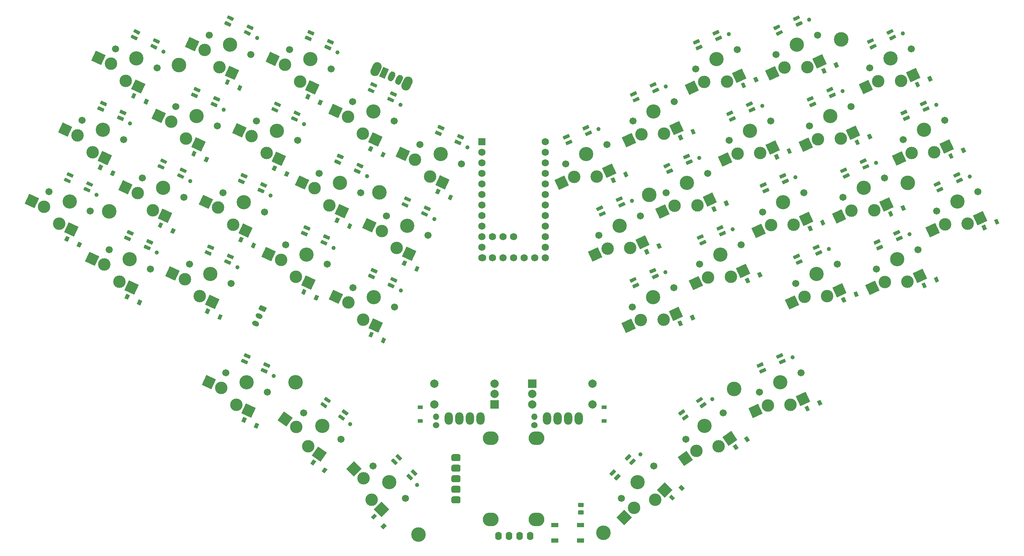
<source format=gbr>
%TF.GenerationSoftware,KiCad,Pcbnew,(5.1.10)-1*%
%TF.CreationDate,2021-12-17T13:46:14-08:00*%
%TF.ProjectId,barobord,6261726f-626f-4726-942e-6b696361645f,rev?*%
%TF.SameCoordinates,Original*%
%TF.FileFunction,Soldermask,Bot*%
%TF.FilePolarity,Negative*%
%FSLAX46Y46*%
G04 Gerber Fmt 4.6, Leading zero omitted, Abs format (unit mm)*
G04 Created by KiCad (PCBNEW (5.1.10)-1) date 2021-12-17 13:46:14*
%MOMM*%
%LPD*%
G01*
G04 APERTURE LIST*
%ADD10C,1.701800*%
%ADD11C,0.100000*%
%ADD12C,3.000000*%
%ADD13C,3.429000*%
%ADD14C,0.990600*%
%ADD15C,3.500000*%
%ADD16C,1.752600*%
%ADD17R,1.752600X1.752600*%
%ADD18O,2.000000X3.000000*%
%ADD19O,1.524000X1.524000*%
%ADD20C,1.524000*%
%ADD21R,2.000000X2.000000*%
%ADD22C,2.000000*%
%ADD23O,1.600000X2.000000*%
%ADD24R,1.200000X0.900000*%
%ADD25O,3.800000X3.300000*%
%ADD26R,1.800000X1.100000*%
G04 APERTURE END LIST*
%TO.C,J2*%
G36*
G01*
X62876096Y-107302947D02*
X63374566Y-107535387D01*
G75*
G02*
X63664780Y-108332743I-253571J-543785D01*
G01*
X63664780Y-108332743D01*
G75*
G02*
X62867424Y-108622957I-543785J253571D01*
G01*
X62368954Y-108390517D01*
G75*
G02*
X62078740Y-107593161I253571J543785D01*
G01*
X62078740Y-107593161D01*
G75*
G02*
X62876096Y-107302947I543785J-253571D01*
G01*
G37*
G36*
G01*
X63721332Y-105490332D02*
X64219802Y-105722772D01*
G75*
G02*
X64510016Y-106520128I-253571J-543785D01*
G01*
X64510016Y-106520128D01*
G75*
G02*
X63712660Y-106810342I-543785J253571D01*
G01*
X63214190Y-106577902D01*
G75*
G02*
X62923976Y-105780546I253571J543785D01*
G01*
X62923976Y-105780546D01*
G75*
G02*
X63721332Y-105490332I543785J-253571D01*
G01*
G37*
G36*
G01*
X64249361Y-103529800D02*
X65382247Y-104058073D01*
G75*
G02*
X65503169Y-104390303I-105654J-226576D01*
G01*
X65207335Y-105024720D01*
G75*
G02*
X64875105Y-105145642I-226576J105654D01*
G01*
X63742219Y-104617369D01*
G75*
G02*
X63621297Y-104285139I105654J226576D01*
G01*
X63917131Y-103650722D01*
G75*
G02*
X64249361Y-103529800I226576J-105654D01*
G01*
G37*
%TD*%
D10*
%TO.C,SW40*%
X212071856Y-94803991D03*
X222041242Y-90155191D03*
D11*
G36*
X221910490Y-98215652D02*
G01*
X220811682Y-95859252D01*
X223168082Y-94760444D01*
X224266890Y-97116844D01*
X221910490Y-98215652D01*
G37*
D12*
X214109829Y-97991337D03*
D13*
X217056549Y-92479591D03*
D12*
X219571128Y-97872122D03*
D11*
G36*
X210512875Y-101103015D02*
G01*
X209414067Y-98746615D01*
X211770467Y-97647807D01*
X212869275Y-100004207D01*
X210512875Y-101103015D01*
G37*
D14*
X220012479Y-86467031D03*
%TD*%
D10*
%TO.C,SW39*%
X192738920Y-98302195D03*
X202708306Y-93653395D03*
D11*
G36*
X202577554Y-101713856D02*
G01*
X201478746Y-99357456D01*
X203835146Y-98258648D01*
X204933954Y-100615048D01*
X202577554Y-101713856D01*
G37*
D12*
X194776893Y-101489541D03*
D13*
X197723613Y-95977795D03*
D12*
X200238192Y-101370326D03*
D11*
G36*
X191179939Y-104601219D02*
G01*
X190081131Y-102244819D01*
X192437531Y-101146011D01*
X193536339Y-103502411D01*
X191179939Y-104601219D01*
G37*
D14*
X200679543Y-89965235D03*
%TD*%
D10*
%TO.C,SW38*%
X183971431Y-124458099D03*
X193940817Y-119809299D03*
D11*
G36*
X193810065Y-127869760D02*
G01*
X192711257Y-125513360D01*
X195067657Y-124414552D01*
X196166465Y-126770952D01*
X193810065Y-127869760D01*
G37*
D12*
X186009404Y-127645445D03*
D13*
X188956124Y-122133699D03*
D12*
X191470703Y-127526230D03*
D11*
G36*
X182412450Y-130757123D02*
G01*
X181313642Y-128400723D01*
X183670042Y-127301915D01*
X184768850Y-129658315D01*
X182412450Y-130757123D01*
G37*
D14*
X191912054Y-116121139D03*
%TD*%
D10*
%TO.C,SW37*%
X166264258Y-135788369D03*
X175274930Y-129479029D03*
D11*
G36*
X176545849Y-137439738D02*
G01*
X175054550Y-135309943D01*
X177184345Y-133818644D01*
X178675644Y-135948439D01*
X176545849Y-137439738D01*
G37*
D12*
X168824745Y-138573401D03*
D13*
X170769594Y-132633699D03*
D12*
X174182374Y-137507654D03*
D11*
G36*
X165822774Y-142262411D02*
G01*
X164331475Y-140132616D01*
X166461270Y-138641317D01*
X167952569Y-140771112D01*
X165822774Y-142262411D01*
G37*
D14*
X172636547Y-126199191D03*
%TD*%
D10*
%TO.C,SW36*%
X150793577Y-150021329D03*
X158571751Y-142243155D03*
D11*
G36*
X161205724Y-149862231D02*
G01*
X159367246Y-148023753D01*
X161205724Y-146185275D01*
X163044202Y-148023753D01*
X161205724Y-149862231D01*
G37*
D12*
X153798781Y-152319426D03*
D13*
X154682664Y-146132242D03*
D12*
X158889949Y-150339527D03*
D11*
G36*
X151483006Y-156473679D02*
G01*
X149644528Y-154635201D01*
X151483006Y-152796723D01*
X153321484Y-154635201D01*
X151483006Y-156473679D01*
G37*
D14*
X155403913Y-139471296D03*
%TD*%
D10*
%TO.C,SW35*%
X91120077Y-142243152D03*
X98898251Y-150021326D03*
D11*
G36*
X91279175Y-152655299D02*
G01*
X93117653Y-150816821D01*
X94956131Y-152655299D01*
X93117653Y-154493777D01*
X91279175Y-152655299D01*
G37*
D12*
X88821980Y-145248356D03*
D13*
X95009164Y-146132239D03*
D12*
X90801879Y-150339524D03*
D11*
G36*
X84667727Y-142932581D02*
G01*
X86506205Y-141094103D01*
X88344683Y-142932581D01*
X86506205Y-144771059D01*
X84667727Y-142932581D01*
G37*
D14*
X101670110Y-146853488D03*
%TD*%
D10*
%TO.C,SW34*%
X74416892Y-129479030D03*
X83427564Y-135788370D03*
D11*
G36*
X76381624Y-139705365D02*
G01*
X77872923Y-137575570D01*
X80002718Y-139066869D01*
X78511419Y-141196664D01*
X76381624Y-139705365D01*
G37*
D12*
X72675556Y-132837638D03*
D13*
X78922228Y-132633700D03*
D12*
X75509448Y-137507655D03*
D11*
G36*
X68182286Y-131278423D02*
G01*
X69673585Y-129148628D01*
X71803380Y-130639927D01*
X70312081Y-132769722D01*
X68182286Y-131278423D01*
G37*
D14*
X85607223Y-132187330D03*
%TD*%
D10*
%TO.C,SW33*%
X55751001Y-119809302D03*
X65720387Y-124458102D03*
D11*
G36*
X59461669Y-129539104D02*
G01*
X60560477Y-127182704D01*
X62916877Y-128281512D01*
X61818069Y-130637912D01*
X59461669Y-129539104D01*
G37*
D12*
X54619337Y-123419265D03*
D13*
X60735694Y-122133702D03*
D12*
X58221115Y-127526233D03*
D11*
G36*
X49923575Y-122663986D02*
G01*
X51022383Y-120307586D01*
X53378783Y-121406394D01*
X52279975Y-123762794D01*
X49923575Y-122663986D01*
G37*
D14*
X67241617Y-120533277D03*
%TD*%
D10*
%TO.C,SW32*%
X46983521Y-93653399D03*
X56952907Y-98302199D03*
D11*
G36*
X50694189Y-103383201D02*
G01*
X51792997Y-101026801D01*
X54149397Y-102125609D01*
X53050589Y-104482009D01*
X50694189Y-103383201D01*
G37*
D12*
X45851857Y-97263362D03*
D13*
X51968214Y-95977799D03*
D12*
X49453635Y-101370330D03*
D11*
G36*
X41156095Y-96508083D02*
G01*
X42254903Y-94151683D01*
X44611303Y-95250491D01*
X43512495Y-97606891D01*
X41156095Y-96508083D01*
G37*
D14*
X58474137Y-94377374D03*
%TD*%
D10*
%TO.C,SW31*%
X27650583Y-90155191D03*
X37619969Y-94803991D03*
D11*
G36*
X31361251Y-99884993D02*
G01*
X32460059Y-97528593D01*
X34816459Y-98627401D01*
X33717651Y-100983801D01*
X31361251Y-99884993D01*
G37*
D12*
X26518919Y-93765154D03*
D13*
X32635276Y-92479591D03*
D12*
X30120697Y-97872122D03*
D11*
G36*
X21823157Y-93009875D02*
G01*
X22921965Y-90653475D01*
X25278365Y-91752283D01*
X24179557Y-94108683D01*
X21823157Y-93009875D01*
G37*
D14*
X39141199Y-90879166D03*
%TD*%
D10*
%TO.C,SW30*%
X226544682Y-80883243D03*
X236514068Y-76234443D03*
D11*
G36*
X236383316Y-84294904D02*
G01*
X235284508Y-81938504D01*
X237640908Y-80839696D01*
X238739716Y-83196096D01*
X236383316Y-84294904D01*
G37*
D12*
X228582655Y-84070589D03*
D13*
X231529375Y-78558843D03*
D12*
X234043954Y-83951374D03*
D11*
G36*
X224985701Y-87182267D02*
G01*
X223886893Y-84825867D01*
X226243293Y-83727059D01*
X227342101Y-86083459D01*
X224985701Y-87182267D01*
G37*
D14*
X234485305Y-72546283D03*
%TD*%
D10*
%TO.C,SW29*%
X204042109Y-77584144D03*
X214011495Y-72935344D03*
D11*
G36*
X213880743Y-80995805D02*
G01*
X212781935Y-78639405D01*
X215138335Y-77540597D01*
X216237143Y-79896997D01*
X213880743Y-80995805D01*
G37*
D12*
X206080082Y-80771490D03*
D13*
X209026802Y-75259744D03*
D12*
X211541381Y-80652275D03*
D11*
G36*
X202483128Y-83883168D02*
G01*
X201384320Y-81526768D01*
X203740720Y-80427960D01*
X204839528Y-82784360D01*
X202483128Y-83883168D01*
G37*
D14*
X211982732Y-69247184D03*
%TD*%
D10*
%TO.C,SW28*%
X184709171Y-81082354D03*
X194678557Y-76433554D03*
D11*
G36*
X194547805Y-84494015D02*
G01*
X193448997Y-82137615D01*
X195805397Y-81038807D01*
X196904205Y-83395207D01*
X194547805Y-84494015D01*
G37*
D12*
X186747144Y-84269700D03*
D13*
X189693864Y-78757954D03*
D12*
X192208443Y-84150485D03*
D11*
G36*
X183150190Y-87381378D02*
G01*
X182051382Y-85024978D01*
X184407782Y-83926170D01*
X185506590Y-86282570D01*
X183150190Y-87381378D01*
G37*
D14*
X192649794Y-72745394D03*
%TD*%
D10*
%TO.C,SW27*%
X169602414Y-93643636D03*
X179571800Y-88994836D03*
D11*
G36*
X179441048Y-97055297D02*
G01*
X178342240Y-94698897D01*
X180698640Y-93600089D01*
X181797448Y-95956489D01*
X179441048Y-97055297D01*
G37*
D12*
X171640387Y-96830982D03*
D13*
X174587107Y-91319236D03*
D12*
X177101686Y-96711767D03*
D11*
G36*
X168043433Y-99942660D02*
G01*
X166944625Y-97586260D01*
X169301025Y-96487452D01*
X170399833Y-98843852D01*
X168043433Y-99942660D01*
G37*
D14*
X177543037Y-85306676D03*
%TD*%
D10*
%TO.C,SW26*%
X153439111Y-103939155D03*
X163408497Y-99290355D03*
D11*
G36*
X163277745Y-107350816D02*
G01*
X162178937Y-104994416D01*
X164535337Y-103895608D01*
X165634145Y-106252008D01*
X163277745Y-107350816D01*
G37*
D12*
X155477084Y-107126501D03*
D13*
X158423804Y-101614755D03*
D12*
X160938383Y-107007286D03*
D11*
G36*
X151880130Y-110238179D02*
G01*
X150781322Y-107881779D01*
X153137722Y-106782971D01*
X154236530Y-109139371D01*
X151880130Y-110238179D01*
G37*
D14*
X161379734Y-95602195D03*
%TD*%
D10*
%TO.C,SW25*%
X86283327Y-99290354D03*
X96252713Y-103939154D03*
D11*
G36*
X89993995Y-109020156D02*
G01*
X91092803Y-106663756D01*
X93449203Y-107762564D01*
X92350395Y-110118964D01*
X89993995Y-109020156D01*
G37*
D12*
X85151663Y-102900317D03*
D13*
X91268020Y-101614754D03*
D12*
X88753441Y-107007285D03*
D11*
G36*
X80455901Y-102145038D02*
G01*
X81554709Y-99788638D01*
X83911109Y-100887446D01*
X82812301Y-103243846D01*
X80455901Y-102145038D01*
G37*
D14*
X97773943Y-100014329D03*
%TD*%
D10*
%TO.C,SW24*%
X70120023Y-88994837D03*
X80089409Y-93643637D03*
D11*
G36*
X73830691Y-98724639D02*
G01*
X74929499Y-96368239D01*
X77285899Y-97467047D01*
X76187091Y-99823447D01*
X73830691Y-98724639D01*
G37*
D12*
X68988359Y-92604800D03*
D13*
X75104716Y-91319237D03*
D12*
X72590137Y-96711768D03*
D11*
G36*
X64292597Y-91849521D02*
G01*
X65391405Y-89493121D01*
X67747805Y-90591929D01*
X66648997Y-92948329D01*
X64292597Y-91849521D01*
G37*
D14*
X81610639Y-89718812D03*
%TD*%
D10*
%TO.C,SW23*%
X55013268Y-76433550D03*
X64982654Y-81082350D03*
D11*
G36*
X58723936Y-86163352D02*
G01*
X59822744Y-83806952D01*
X62179144Y-84905760D01*
X61080336Y-87262160D01*
X58723936Y-86163352D01*
G37*
D12*
X53881604Y-80043513D03*
D13*
X59997961Y-78757950D03*
D12*
X57483382Y-84150481D03*
D11*
G36*
X49185842Y-79288234D02*
G01*
X50284650Y-76931834D01*
X52641050Y-78030642D01*
X51542242Y-80387042D01*
X49185842Y-79288234D01*
G37*
D14*
X66503884Y-77157525D03*
%TD*%
D10*
%TO.C,SW22*%
X35680331Y-72935345D03*
X45649717Y-77584145D03*
D11*
G36*
X39390999Y-82665147D02*
G01*
X40489807Y-80308747D01*
X42846207Y-81407555D01*
X41747399Y-83763955D01*
X39390999Y-82665147D01*
G37*
D12*
X34548667Y-76545308D03*
D13*
X40665024Y-75259745D03*
D12*
X38150445Y-80652276D03*
D11*
G36*
X29852905Y-75790029D02*
G01*
X30951713Y-73433629D01*
X33308113Y-74532437D01*
X32209305Y-76888837D01*
X29852905Y-75790029D01*
G37*
D14*
X47170947Y-73659320D03*
%TD*%
D10*
%TO.C,SW21*%
X13177752Y-76234444D03*
X23147138Y-80883244D03*
D11*
G36*
X16888420Y-85964246D02*
G01*
X17987228Y-83607846D01*
X20343628Y-84706654D01*
X19244820Y-87063054D01*
X16888420Y-85964246D01*
G37*
D12*
X12046088Y-79844407D03*
D13*
X18162445Y-78558844D03*
D12*
X15647866Y-83951375D03*
D11*
G36*
X7350326Y-79089128D02*
G01*
X8449134Y-76732728D01*
X10805534Y-77831536D01*
X9706726Y-80187936D01*
X7350326Y-79089128D01*
G37*
D14*
X24668368Y-76958419D03*
%TD*%
D10*
%TO.C,SW20*%
X218514935Y-63663396D03*
X228484321Y-59014596D03*
D11*
G36*
X228353569Y-67075057D02*
G01*
X227254761Y-64718657D01*
X229611161Y-63619849D01*
X230709969Y-65976249D01*
X228353569Y-67075057D01*
G37*
D12*
X220552908Y-66850742D03*
D13*
X223499628Y-61338996D03*
D12*
X226014207Y-66731527D03*
D11*
G36*
X216955954Y-69962420D02*
G01*
X215857146Y-67606020D01*
X218213546Y-66507212D01*
X219312354Y-68863612D01*
X216955954Y-69962420D01*
G37*
D14*
X226455558Y-55326436D03*
%TD*%
D10*
%TO.C,SW19*%
X196012363Y-60364295D03*
X205981749Y-55715495D03*
D11*
G36*
X205850997Y-63775956D02*
G01*
X204752189Y-61419556D01*
X207108589Y-60320748D01*
X208207397Y-62677148D01*
X205850997Y-63775956D01*
G37*
D12*
X198050336Y-63551641D03*
D13*
X200997056Y-58039895D03*
D12*
X203511635Y-63432426D03*
D11*
G36*
X194453382Y-66663319D02*
G01*
X193354574Y-64306919D01*
X195710974Y-63208111D01*
X196809782Y-65564511D01*
X194453382Y-66663319D01*
G37*
D14*
X203952986Y-52027335D03*
%TD*%
D10*
%TO.C,SW18*%
X176679421Y-63862505D03*
X186648807Y-59213705D03*
D11*
G36*
X186518055Y-67274166D02*
G01*
X185419247Y-64917766D01*
X187775647Y-63818958D01*
X188874455Y-66175358D01*
X186518055Y-67274166D01*
G37*
D12*
X178717394Y-67049851D03*
D13*
X181664114Y-61538105D03*
D12*
X184178693Y-66930636D03*
D11*
G36*
X175120440Y-70161529D02*
G01*
X174021632Y-67805129D01*
X176378032Y-66706321D01*
X177476840Y-69062721D01*
X175120440Y-70161529D01*
G37*
D14*
X184620044Y-55525545D03*
%TD*%
D10*
%TO.C,SW17*%
X161572669Y-76423791D03*
X171542055Y-71774991D03*
D11*
G36*
X171411303Y-79835452D02*
G01*
X170312495Y-77479052D01*
X172668895Y-76380244D01*
X173767703Y-78736644D01*
X171411303Y-79835452D01*
G37*
D12*
X163610642Y-79611137D03*
D13*
X166557362Y-74099391D03*
D12*
X169071941Y-79491922D03*
D11*
G36*
X160013688Y-82722815D02*
G01*
X158914880Y-80366415D01*
X161271280Y-79267607D01*
X162370088Y-81624007D01*
X160013688Y-82722815D01*
G37*
D14*
X169513292Y-68086831D03*
%TD*%
D10*
%TO.C,SW16*%
X145409362Y-86719308D03*
X155378748Y-82070508D03*
D11*
G36*
X155247996Y-90130969D02*
G01*
X154149188Y-87774569D01*
X156505588Y-86675761D01*
X157604396Y-89032161D01*
X155247996Y-90130969D01*
G37*
D12*
X147447335Y-89906654D03*
D13*
X150394055Y-84394908D03*
D12*
X152908634Y-89787439D03*
D11*
G36*
X143850381Y-93018332D02*
G01*
X142751573Y-90661932D01*
X145107973Y-89563124D01*
X146206781Y-91919524D01*
X143850381Y-93018332D01*
G37*
D14*
X153349985Y-78382348D03*
%TD*%
D10*
%TO.C,SW15*%
X94313074Y-82070510D03*
X104282460Y-86719310D03*
D11*
G36*
X98023742Y-91800312D02*
G01*
X99122550Y-89443912D01*
X101478950Y-90542720D01*
X100380142Y-92899120D01*
X98023742Y-91800312D01*
G37*
D12*
X93181410Y-85680473D03*
D13*
X99297767Y-84394910D03*
D12*
X96783188Y-89787441D03*
D11*
G36*
X88485648Y-84925194D02*
G01*
X89584456Y-82568794D01*
X91940856Y-83667602D01*
X90842048Y-86024002D01*
X88485648Y-84925194D01*
G37*
D14*
X105803690Y-82794485D03*
%TD*%
D10*
%TO.C,SW14*%
X78149770Y-71774991D03*
X88119156Y-76423791D03*
D11*
G36*
X81860438Y-81504793D02*
G01*
X82959246Y-79148393D01*
X85315646Y-80247201D01*
X84216838Y-82603601D01*
X81860438Y-81504793D01*
G37*
D12*
X77018106Y-75384954D03*
D13*
X83134463Y-74099391D03*
D12*
X80619884Y-79491922D03*
D11*
G36*
X72322344Y-74629675D02*
G01*
X73421152Y-72273275D01*
X75777552Y-73372083D01*
X74678744Y-75728483D01*
X72322344Y-74629675D01*
G37*
D14*
X89640386Y-72498966D03*
%TD*%
D10*
%TO.C,SW13*%
X63043015Y-59213706D03*
X73012401Y-63862506D03*
D11*
G36*
X66753683Y-68943508D02*
G01*
X67852491Y-66587108D01*
X70208891Y-67685916D01*
X69110083Y-70042316D01*
X66753683Y-68943508D01*
G37*
D12*
X61911351Y-62823669D03*
D13*
X68027708Y-61538106D03*
D12*
X65513129Y-66930637D03*
D11*
G36*
X57215589Y-62068390D02*
G01*
X58314397Y-59711990D01*
X60670797Y-60810798D01*
X59571989Y-63167198D01*
X57215589Y-62068390D01*
G37*
D14*
X74533631Y-59937681D03*
%TD*%
D10*
%TO.C,SW12*%
X43710077Y-55715496D03*
X53679463Y-60364296D03*
D11*
G36*
X47420745Y-65445298D02*
G01*
X48519553Y-63088898D01*
X50875953Y-64187706D01*
X49777145Y-66544106D01*
X47420745Y-65445298D01*
G37*
D12*
X42578413Y-59325459D03*
D13*
X48694770Y-58039896D03*
D12*
X46180191Y-63432427D03*
D11*
G36*
X37882651Y-58570180D02*
G01*
X38981459Y-56213780D01*
X41337859Y-57312588D01*
X40239051Y-59668988D01*
X37882651Y-58570180D01*
G37*
D14*
X55200693Y-56439471D03*
%TD*%
D10*
%TO.C,SW11*%
X21207503Y-59014596D03*
X31176889Y-63663396D03*
D11*
G36*
X24918171Y-68744398D02*
G01*
X26016979Y-66387998D01*
X28373379Y-67486806D01*
X27274571Y-69843206D01*
X24918171Y-68744398D01*
G37*
D12*
X20075839Y-62624559D03*
D13*
X26192196Y-61338996D03*
D12*
X23677617Y-66731527D03*
D11*
G36*
X15380077Y-61869280D02*
G01*
X16478885Y-59512880D01*
X18835285Y-60611688D01*
X17736477Y-62968088D01*
X15380077Y-61869280D01*
G37*
D14*
X32698119Y-59738571D03*
%TD*%
D10*
%TO.C,SW10*%
X210485189Y-46443549D03*
X220454575Y-41794749D03*
D11*
G36*
X220323823Y-49855210D02*
G01*
X219225015Y-47498810D01*
X221581415Y-46400002D01*
X222680223Y-48756402D01*
X220323823Y-49855210D01*
G37*
D12*
X212523162Y-49630895D03*
D13*
X215469882Y-44119149D03*
D12*
X217984461Y-49511680D03*
D11*
G36*
X208926208Y-52742573D02*
G01*
X207827400Y-50386173D01*
X210183800Y-49287365D01*
X211282608Y-51643765D01*
X208926208Y-52742573D01*
G37*
D14*
X218425812Y-38106589D03*
%TD*%
D10*
%TO.C,SW9*%
X187982614Y-43144450D03*
X197952000Y-38495650D03*
D11*
G36*
X197821248Y-46556111D02*
G01*
X196722440Y-44199711D01*
X199078840Y-43100903D01*
X200177648Y-45457303D01*
X197821248Y-46556111D01*
G37*
D12*
X190020587Y-46331796D03*
D13*
X192967307Y-40820050D03*
D12*
X195481886Y-46212581D03*
D11*
G36*
X186423633Y-49443474D02*
G01*
X185324825Y-47087074D01*
X187681225Y-45988266D01*
X188780033Y-48344666D01*
X186423633Y-49443474D01*
G37*
D14*
X195923237Y-34807490D03*
%TD*%
D10*
%TO.C,SW8*%
X168649677Y-46642660D03*
X178619063Y-41993860D03*
D11*
G36*
X178488311Y-50054321D02*
G01*
X177389503Y-47697921D01*
X179745903Y-46599113D01*
X180844711Y-48955513D01*
X178488311Y-50054321D01*
G37*
D12*
X170687650Y-49830006D03*
D13*
X173634370Y-44318260D03*
D12*
X176148949Y-49710791D03*
D11*
G36*
X167090696Y-52941684D02*
G01*
X165991888Y-50585284D01*
X168348288Y-49486476D01*
X169447096Y-51842876D01*
X167090696Y-52941684D01*
G37*
D14*
X176590300Y-38305700D03*
%TD*%
D10*
%TO.C,SW7*%
X153542922Y-59203943D03*
X163512308Y-54555143D03*
D11*
G36*
X163381556Y-62615604D02*
G01*
X162282748Y-60259204D01*
X164639148Y-59160396D01*
X165737956Y-61516796D01*
X163381556Y-62615604D01*
G37*
D12*
X155580895Y-62391289D03*
D13*
X158527615Y-56879543D03*
D12*
X161042194Y-62272074D03*
D11*
G36*
X151983941Y-65502967D02*
G01*
X150885133Y-63146567D01*
X153241533Y-62047759D01*
X154340341Y-64404159D01*
X151983941Y-65502967D01*
G37*
D14*
X161483545Y-50866983D03*
%TD*%
D10*
%TO.C,SW6*%
X137379616Y-69499456D03*
X147349002Y-64850656D03*
D11*
G36*
X147218250Y-72911117D02*
G01*
X146119442Y-70554717D01*
X148475842Y-69455909D01*
X149574650Y-71812309D01*
X147218250Y-72911117D01*
G37*
D12*
X139417589Y-72686802D03*
D13*
X142364309Y-67175056D03*
D12*
X144878888Y-72567587D03*
D11*
G36*
X135820635Y-75798480D02*
G01*
X134721827Y-73442080D01*
X137078227Y-72343272D01*
X138177035Y-74699672D01*
X135820635Y-75798480D01*
G37*
D14*
X145320239Y-61162496D03*
%TD*%
D10*
%TO.C,SW5*%
X102342818Y-64850660D03*
X112312204Y-69499460D03*
D11*
G36*
X106053486Y-74580462D02*
G01*
X107152294Y-72224062D01*
X109508694Y-73322870D01*
X108409886Y-75679270D01*
X106053486Y-74580462D01*
G37*
D12*
X101211154Y-68460623D03*
D13*
X107327511Y-67175060D03*
D12*
X104812932Y-72567591D03*
D11*
G36*
X96515392Y-67705344D02*
G01*
X97614200Y-65348944D01*
X99970600Y-66447752D01*
X98871792Y-68804152D01*
X96515392Y-67705344D01*
G37*
D14*
X113833434Y-65574635D03*
%TD*%
D10*
%TO.C,SW4*%
X86179517Y-54555142D03*
X96148903Y-59203942D03*
D11*
G36*
X89890185Y-64284944D02*
G01*
X90988993Y-61928544D01*
X93345393Y-63027352D01*
X92246585Y-65383752D01*
X89890185Y-64284944D01*
G37*
D12*
X85047853Y-58165105D03*
D13*
X91164210Y-56879542D03*
D12*
X88649631Y-62272073D03*
D11*
G36*
X80352091Y-57409826D02*
G01*
X81450899Y-55053426D01*
X83807299Y-56152234D01*
X82708491Y-58508634D01*
X80352091Y-57409826D01*
G37*
D14*
X97670133Y-55279117D03*
%TD*%
D10*
%TO.C,SW3*%
X71072761Y-41993858D03*
X81042147Y-46642658D03*
D11*
G36*
X74783429Y-51723660D02*
G01*
X75882237Y-49367260D01*
X78238637Y-50466068D01*
X77139829Y-52822468D01*
X74783429Y-51723660D01*
G37*
D12*
X69941097Y-45603821D03*
D13*
X76057454Y-44318258D03*
D12*
X73542875Y-49710789D03*
D11*
G36*
X65245335Y-44848542D02*
G01*
X66344143Y-42492142D01*
X68700543Y-43590950D01*
X67601735Y-45947350D01*
X65245335Y-44848542D01*
G37*
D14*
X82563377Y-42717833D03*
%TD*%
D10*
%TO.C,SW2*%
X51739824Y-38495651D03*
X61709210Y-43144451D03*
D11*
G36*
X55450492Y-48225453D02*
G01*
X56549300Y-45869053D01*
X58905700Y-46967861D01*
X57806892Y-49324261D01*
X55450492Y-48225453D01*
G37*
D12*
X50608160Y-42105614D03*
D13*
X56724517Y-40820051D03*
D12*
X54209938Y-46212582D03*
D11*
G36*
X45912398Y-41350335D02*
G01*
X47011206Y-38993935D01*
X49367606Y-40092743D01*
X48268798Y-42449143D01*
X45912398Y-41350335D01*
G37*
D14*
X63230440Y-39219626D03*
%TD*%
D10*
%TO.C,SW1*%
X29237247Y-41794750D03*
X39206633Y-46443550D03*
D11*
G36*
X32947915Y-51524552D02*
G01*
X34046723Y-49168152D01*
X36403123Y-50266960D01*
X35304315Y-52623360D01*
X32947915Y-51524552D01*
G37*
D12*
X28105583Y-45404713D03*
D13*
X34221940Y-44119150D03*
D12*
X31707361Y-49511681D03*
D11*
G36*
X23409821Y-44649434D02*
G01*
X24508629Y-42293034D01*
X26865029Y-43391842D01*
X25766221Y-45748242D01*
X23409821Y-44649434D01*
G37*
D14*
X40727863Y-42518725D03*
%TD*%
D15*
%TO.C,*%
X177846126Y-123733700D03*
%TD*%
%TO.C,*%
X219649378Y-74128842D03*
%TD*%
%TO.C,*%
X203649882Y-39529151D03*
%TD*%
%TO.C,*%
X157444059Y-76934905D03*
%TD*%
%TO.C,*%
X146452660Y-158332242D03*
%TD*%
%TO.C,*%
X102049162Y-158732239D03*
%TD*%
%TO.C,*%
X72445696Y-122133699D03*
%TD*%
%TO.C,*%
X92647765Y-76334905D03*
%TD*%
%TO.C,*%
X27652448Y-80928845D03*
%TD*%
%TO.C,*%
X44451941Y-45729150D03*
%TD*%
%TO.C,SW46*%
G36*
G01*
X97990343Y-50294437D02*
X98539747Y-49116237D01*
G75*
G02*
X100001566Y-48584178I996939J-464880D01*
G01*
X100001566Y-48584178D01*
G75*
G02*
X100533625Y-50045997I-464880J-996939D01*
G01*
X99984221Y-51224197D01*
G75*
G02*
X98522402Y-51756256I-996939J464880D01*
G01*
X98522402Y-51756256D01*
G75*
G02*
X97990343Y-50294437I464880J996939D01*
G01*
G37*
G36*
G01*
X90558619Y-46828968D02*
X91108023Y-45650768D01*
G75*
G02*
X92569842Y-45118709I996939J-464880D01*
G01*
X92569842Y-45118709D01*
G75*
G02*
X93101901Y-46580528I-464880J-996939D01*
G01*
X92552497Y-47758728D01*
G75*
G02*
X91090678Y-48290787I-996939J464880D01*
G01*
X91090678Y-48290787D01*
G75*
G02*
X90558619Y-46828968I464880J996939D01*
G01*
G37*
G36*
G01*
X96467697Y-49418909D02*
X96890315Y-48512601D01*
G75*
G02*
X97887010Y-48149834I679731J-316964D01*
G01*
X97887010Y-48149834D01*
G75*
G02*
X98249777Y-49146529I-316964J-679731D01*
G01*
X97827159Y-50052837D01*
G75*
G02*
X96830464Y-50415604I-679731J316964D01*
G01*
X96830464Y-50415604D01*
G75*
G02*
X96467697Y-49418909I316964J679731D01*
G01*
G37*
G36*
G01*
X94655082Y-48573673D02*
X95077700Y-47667365D01*
G75*
G02*
X96074395Y-47304598I679731J-316964D01*
G01*
X96074395Y-47304598D01*
G75*
G02*
X96437162Y-48301293I-316964J-679731D01*
G01*
X96014544Y-49207601D01*
G75*
G02*
X95017849Y-49570368I-679731J316964D01*
G01*
X95017849Y-49570368D01*
G75*
G02*
X94655082Y-48573673I316964J679731D01*
G01*
G37*
D11*
G36*
X92525502Y-48408167D02*
G01*
X93582048Y-46142398D01*
X94941510Y-46776325D01*
X93884964Y-49042094D01*
X92525502Y-48408167D01*
G37*
%TD*%
%TO.C,D56*%
G36*
G01*
X99882686Y-78687355D02*
X98581228Y-78080475D01*
G75*
G02*
X98541566Y-77971503I34655J74317D01*
G01*
X98818804Y-77376965D01*
G75*
G02*
X98927776Y-77337303I74317J-34655D01*
G01*
X100229234Y-77944183D01*
G75*
G02*
X100268896Y-78053155I-34655J-74317D01*
G01*
X99991658Y-78647693D01*
G75*
G02*
X99882686Y-78687355I-74317J34655D01*
G01*
G37*
G36*
G01*
X99248758Y-80046817D02*
X97947300Y-79439937D01*
G75*
G02*
X97907638Y-79330965I34655J74317D01*
G01*
X98184876Y-78736427D01*
G75*
G02*
X98293848Y-78696765I74317J-34655D01*
G01*
X99595306Y-79303645D01*
G75*
G02*
X99634968Y-79412617I-34655J-74317D01*
G01*
X99357730Y-80007155D01*
G75*
G02*
X99248758Y-80046817I-74317J34655D01*
G01*
G37*
G36*
G01*
X104595486Y-80884970D02*
X103294028Y-80278090D01*
G75*
G02*
X103254366Y-80169118I34655J74317D01*
G01*
X103531604Y-79574580D01*
G75*
G02*
X103640576Y-79534918I74317J-34655D01*
G01*
X104942034Y-80141798D01*
G75*
G02*
X104981696Y-80250770I-34655J-74317D01*
G01*
X104704458Y-80845308D01*
G75*
G02*
X104595486Y-80884970I-74317J34655D01*
G01*
G37*
G36*
G01*
X103961559Y-82244432D02*
X102660101Y-81637552D01*
G75*
G02*
X102620439Y-81528580I34655J74317D01*
G01*
X102897677Y-80934042D01*
G75*
G02*
X103006649Y-80894380I74317J-34655D01*
G01*
X104308107Y-81501260D01*
G75*
G02*
X104347769Y-81610232I-34655J-74317D01*
G01*
X104070531Y-82204770D01*
G75*
G02*
X103961559Y-82244432I-74317J34655D01*
G01*
G37*
%TD*%
D16*
%TO.C,U2*%
X117228505Y-64203847D03*
X117228505Y-66743847D03*
X117228505Y-69283847D03*
X117228505Y-71823847D03*
X117228505Y-74363847D03*
X117228505Y-76903847D03*
X117228505Y-79443847D03*
X117228505Y-81983847D03*
X117228505Y-84523847D03*
X117228505Y-87063847D03*
X117228505Y-89603847D03*
X132468505Y-92143847D03*
X132468505Y-89603847D03*
X132468505Y-87063847D03*
X132468505Y-84523847D03*
X132468505Y-81983847D03*
X132468505Y-79443847D03*
X132468505Y-76903847D03*
X132468505Y-74363847D03*
X132468505Y-71823847D03*
X132468505Y-69283847D03*
X132468505Y-66743847D03*
X117228505Y-92143847D03*
X132468505Y-64203847D03*
X119768505Y-87063847D03*
X122308505Y-87063847D03*
X124848505Y-87063847D03*
%TD*%
%TO.C,U1*%
X119768505Y-92143847D03*
X122308505Y-92143847D03*
X124848505Y-92143847D03*
X127388505Y-92143847D03*
X129928505Y-92143847D03*
X132468505Y-64203847D03*
X117457105Y-92143847D03*
X132468505Y-66743847D03*
X132468505Y-69283847D03*
X132468505Y-71823847D03*
X132468505Y-74363847D03*
X132468505Y-76903847D03*
X132468505Y-79443847D03*
X132468505Y-81983847D03*
X132468505Y-84523847D03*
X132468505Y-87063847D03*
X132468505Y-89603847D03*
X132468505Y-92143847D03*
X117228505Y-89603847D03*
X117228505Y-87063847D03*
X117228505Y-84523847D03*
X117228505Y-81983847D03*
X117228505Y-79443847D03*
X117228505Y-76903847D03*
X117228505Y-74363847D03*
X117228505Y-71823847D03*
X117228505Y-69283847D03*
X117228505Y-66743847D03*
D17*
X117228505Y-64203847D03*
%TD*%
%TO.C,D59*%
G36*
G01*
X80489368Y-127114426D02*
X79313066Y-126290770D01*
G75*
G02*
X79292929Y-126176567I47033J67170D01*
G01*
X79669195Y-125639203D01*
G75*
G02*
X79783398Y-125619066I67170J-47033D01*
G01*
X80959700Y-126442722D01*
G75*
G02*
X80979837Y-126556925I-47033J-67170D01*
G01*
X80603571Y-127094289D01*
G75*
G02*
X80489368Y-127114426I-67170J47033D01*
G01*
G37*
G36*
G01*
X79629003Y-128343154D02*
X78452701Y-127519498D01*
G75*
G02*
X78432564Y-127405295I47033J67170D01*
G01*
X78808830Y-126867931D01*
G75*
G02*
X78923033Y-126847794I67170J-47033D01*
G01*
X80099335Y-127671450D01*
G75*
G02*
X80119472Y-127785653I-47033J-67170D01*
G01*
X79743206Y-128323017D01*
G75*
G02*
X79629003Y-128343154I-67170J47033D01*
G01*
G37*
G36*
G01*
X84748958Y-130097023D02*
X83572656Y-129273367D01*
G75*
G02*
X83552519Y-129159164I47033J67170D01*
G01*
X83928785Y-128621800D01*
G75*
G02*
X84042988Y-128601663I67170J-47033D01*
G01*
X85219290Y-129425319D01*
G75*
G02*
X85239427Y-129539522I-47033J-67170D01*
G01*
X84863161Y-130076886D01*
G75*
G02*
X84748958Y-130097023I-67170J47033D01*
G01*
G37*
G36*
G01*
X83888594Y-131325751D02*
X82712292Y-130502095D01*
G75*
G02*
X82692155Y-130387892I47033J67170D01*
G01*
X83068421Y-129850528D01*
G75*
G02*
X83182624Y-129830391I67170J-47033D01*
G01*
X84358926Y-130654047D01*
G75*
G02*
X84379063Y-130768250I-47033J-67170D01*
G01*
X84002797Y-131305614D01*
G75*
G02*
X83888594Y-131325751I-67170J47033D01*
G01*
G37*
%TD*%
D18*
%TO.C,SW45*%
X140518507Y-130781846D03*
X137978507Y-130781846D03*
X135438507Y-130781846D03*
X132898507Y-130781846D03*
D19*
X129898507Y-130431846D03*
D20*
X129898507Y-132431846D03*
%TD*%
D21*
%TO.C,SW43*%
X129348507Y-122431846D03*
D22*
X129348507Y-124931846D03*
X129348507Y-127431846D03*
X143848507Y-122431846D03*
X143848507Y-127431846D03*
%TD*%
D21*
%TO.C,SW42*%
X120348504Y-127431847D03*
D22*
X120348504Y-124931847D03*
X120348504Y-122431847D03*
X105848504Y-127431847D03*
X105848504Y-122431847D03*
%TD*%
D18*
%TO.C,SW44*%
X116918502Y-130781846D03*
X114378502Y-130781846D03*
X111838502Y-130781846D03*
X109298502Y-130781846D03*
D19*
X106298502Y-130431846D03*
D20*
X106298502Y-132431846D03*
%TD*%
D23*
%TO.C,Brd1*%
X126328506Y-159131845D03*
X128868506Y-159131845D03*
X123788506Y-159131845D03*
X121248506Y-159131845D03*
%TD*%
D24*
%TO.C,D82*%
X146648502Y-128081846D03*
X146648502Y-131381846D03*
%TD*%
%TO.C,D81*%
X102448507Y-128081843D03*
X102448507Y-131381843D03*
%TD*%
D25*
%TO.C,J1*%
X119348504Y-135531846D03*
X130348504Y-135531846D03*
X130348504Y-155131846D03*
X119348504Y-155131846D03*
G36*
G01*
X112124504Y-139826846D02*
X112124504Y-140676846D01*
G75*
G02*
X111699504Y-141101846I-425000J0D01*
G01*
X110349504Y-141101846D01*
G75*
G02*
X109924504Y-140676846I0J425000D01*
G01*
X109924504Y-139826846D01*
G75*
G02*
X110349504Y-139401846I425000J0D01*
G01*
X111699504Y-139401846D01*
G75*
G02*
X112124504Y-139826846I0J-425000D01*
G01*
G37*
G36*
G01*
X111699504Y-143641846D02*
X110349504Y-143641846D01*
G75*
G02*
X109924504Y-143216846I0J425000D01*
G01*
X109924504Y-142366846D01*
G75*
G02*
X110349504Y-141941846I425000J0D01*
G01*
X111699504Y-141941846D01*
G75*
G02*
X112124504Y-142366846I0J-425000D01*
G01*
X112124504Y-143216846D01*
G75*
G02*
X111699504Y-143641846I-425000J0D01*
G01*
G37*
G36*
G01*
X111699504Y-146181846D02*
X110349504Y-146181846D01*
G75*
G02*
X109924504Y-145756846I0J425000D01*
G01*
X109924504Y-144906846D01*
G75*
G02*
X110349504Y-144481846I425000J0D01*
G01*
X111699504Y-144481846D01*
G75*
G02*
X112124504Y-144906846I0J-425000D01*
G01*
X112124504Y-145756846D01*
G75*
G02*
X111699504Y-146181846I-425000J0D01*
G01*
G37*
G36*
G01*
X111699504Y-148721846D02*
X110349504Y-148721846D01*
G75*
G02*
X109924504Y-148296846I0J425000D01*
G01*
X109924504Y-147446846D01*
G75*
G02*
X110349504Y-147021846I425000J0D01*
G01*
X111699504Y-147021846D01*
G75*
G02*
X112124504Y-147446846I0J-425000D01*
G01*
X112124504Y-148296846D01*
G75*
G02*
X111699504Y-148721846I-425000J0D01*
G01*
G37*
G36*
G01*
X111699504Y-151261846D02*
X110349504Y-151261846D01*
G75*
G02*
X109924504Y-150836846I0J425000D01*
G01*
X109924504Y-149986846D01*
G75*
G02*
X110349504Y-149561846I425000J0D01*
G01*
X111699504Y-149561846D01*
G75*
G02*
X112124504Y-149986846I0J-425000D01*
G01*
X112124504Y-150836846D01*
G75*
G02*
X111699504Y-151261846I-425000J0D01*
G01*
G37*
%TD*%
%TO.C,D57*%
G36*
G01*
X91852939Y-95907199D02*
X90551481Y-95300319D01*
G75*
G02*
X90511819Y-95191347I34655J74317D01*
G01*
X90789057Y-94596809D01*
G75*
G02*
X90898029Y-94557147I74317J-34655D01*
G01*
X92199487Y-95164027D01*
G75*
G02*
X92239149Y-95272999I-34655J-74317D01*
G01*
X91961911Y-95867537D01*
G75*
G02*
X91852939Y-95907199I-74317J34655D01*
G01*
G37*
G36*
G01*
X91219011Y-97266661D02*
X89917553Y-96659781D01*
G75*
G02*
X89877891Y-96550809I34655J74317D01*
G01*
X90155129Y-95956271D01*
G75*
G02*
X90264101Y-95916609I74317J-34655D01*
G01*
X91565559Y-96523489D01*
G75*
G02*
X91605221Y-96632461I-34655J-74317D01*
G01*
X91327983Y-97226999D01*
G75*
G02*
X91219011Y-97266661I-74317J34655D01*
G01*
G37*
G36*
G01*
X96565739Y-98104814D02*
X95264281Y-97497934D01*
G75*
G02*
X95224619Y-97388962I34655J74317D01*
G01*
X95501857Y-96794424D01*
G75*
G02*
X95610829Y-96754762I74317J-34655D01*
G01*
X96912287Y-97361642D01*
G75*
G02*
X96951949Y-97470614I-34655J-74317D01*
G01*
X96674711Y-98065152D01*
G75*
G02*
X96565739Y-98104814I-74317J34655D01*
G01*
G37*
G36*
G01*
X95931812Y-99464276D02*
X94630354Y-98857396D01*
G75*
G02*
X94590692Y-98748424I34655J74317D01*
G01*
X94867930Y-98153886D01*
G75*
G02*
X94976902Y-98114224I74317J-34655D01*
G01*
X96278360Y-98721104D01*
G75*
G02*
X96318022Y-98830076I-34655J-74317D01*
G01*
X96040784Y-99424614D01*
G75*
G02*
X95931812Y-99464276I-74317J34655D01*
G01*
G37*
%TD*%
%TO.C,D45*%
G36*
G01*
X41249943Y-69552190D02*
X39948485Y-68945310D01*
G75*
G02*
X39908823Y-68836338I34655J74317D01*
G01*
X40186061Y-68241800D01*
G75*
G02*
X40295033Y-68202138I74317J-34655D01*
G01*
X41596491Y-68809018D01*
G75*
G02*
X41636153Y-68917990I-34655J-74317D01*
G01*
X41358915Y-69512528D01*
G75*
G02*
X41249943Y-69552190I-74317J34655D01*
G01*
G37*
G36*
G01*
X40616015Y-70911652D02*
X39314557Y-70304772D01*
G75*
G02*
X39274895Y-70195800I34655J74317D01*
G01*
X39552133Y-69601262D01*
G75*
G02*
X39661105Y-69561600I74317J-34655D01*
G01*
X40962563Y-70168480D01*
G75*
G02*
X41002225Y-70277452I-34655J-74317D01*
G01*
X40724987Y-70871990D01*
G75*
G02*
X40616015Y-70911652I-74317J34655D01*
G01*
G37*
G36*
G01*
X45962743Y-71749805D02*
X44661285Y-71142925D01*
G75*
G02*
X44621623Y-71033953I34655J74317D01*
G01*
X44898861Y-70439415D01*
G75*
G02*
X45007833Y-70399753I74317J-34655D01*
G01*
X46309291Y-71006633D01*
G75*
G02*
X46348953Y-71115605I-34655J-74317D01*
G01*
X46071715Y-71710143D01*
G75*
G02*
X45962743Y-71749805I-74317J34655D01*
G01*
G37*
G36*
G01*
X45328816Y-73109267D02*
X44027358Y-72502387D01*
G75*
G02*
X43987696Y-72393415I34655J74317D01*
G01*
X44264934Y-71798877D01*
G75*
G02*
X44373906Y-71759215I74317J-34655D01*
G01*
X45675364Y-72366095D01*
G75*
G02*
X45715026Y-72475067I-34655J-74317D01*
G01*
X45437788Y-73069605D01*
G75*
G02*
X45328816Y-73109267I-74317J34655D01*
G01*
G37*
%TD*%
%TO.C,D65*%
G36*
G01*
X146397794Y-80278088D02*
X145096336Y-80884968D01*
G75*
G02*
X144987364Y-80845306I-34655J74317D01*
G01*
X144710126Y-80250768D01*
G75*
G02*
X144749788Y-80141796I74317J34655D01*
G01*
X146051246Y-79534916D01*
G75*
G02*
X146160218Y-79574578I34655J-74317D01*
G01*
X146437456Y-80169116D01*
G75*
G02*
X146397794Y-80278088I-74317J-34655D01*
G01*
G37*
G36*
G01*
X147031721Y-81637550D02*
X145730263Y-82244430D01*
G75*
G02*
X145621291Y-82204768I-34655J74317D01*
G01*
X145344053Y-81610230D01*
G75*
G02*
X145383715Y-81501258I74317J34655D01*
G01*
X146685173Y-80894378D01*
G75*
G02*
X146794145Y-80934040I34655J-74317D01*
G01*
X147071383Y-81528578D01*
G75*
G02*
X147031721Y-81637550I-74317J-34655D01*
G01*
G37*
G36*
G01*
X151110594Y-78080473D02*
X149809136Y-78687353D01*
G75*
G02*
X149700164Y-78647691I-34655J74317D01*
G01*
X149422926Y-78053153D01*
G75*
G02*
X149462588Y-77944181I74317J34655D01*
G01*
X150764046Y-77337301D01*
G75*
G02*
X150873018Y-77376963I34655J-74317D01*
G01*
X151150256Y-77971501D01*
G75*
G02*
X151110594Y-78080473I-74317J-34655D01*
G01*
G37*
G36*
G01*
X151744522Y-79439935D02*
X150443064Y-80046815D01*
G75*
G02*
X150334092Y-80007153I-34655J74317D01*
G01*
X150056854Y-79412615D01*
G75*
G02*
X150096516Y-79303643I74317J34655D01*
G01*
X151397974Y-78696763D01*
G75*
G02*
X151506946Y-78736425I34655J-74317D01*
G01*
X151784184Y-79330963D01*
G75*
G02*
X151744522Y-79439935I-74317J-34655D01*
G01*
G37*
%TD*%
%TO.C,D53*%
G36*
G01*
X83719382Y-68391836D02*
X82417924Y-67784956D01*
G75*
G02*
X82378262Y-67675984I34655J74317D01*
G01*
X82655500Y-67081446D01*
G75*
G02*
X82764472Y-67041784I74317J-34655D01*
G01*
X84065930Y-67648664D01*
G75*
G02*
X84105592Y-67757636I-34655J-74317D01*
G01*
X83828354Y-68352174D01*
G75*
G02*
X83719382Y-68391836I-74317J34655D01*
G01*
G37*
G36*
G01*
X83085454Y-69751298D02*
X81783996Y-69144418D01*
G75*
G02*
X81744334Y-69035446I34655J74317D01*
G01*
X82021572Y-68440908D01*
G75*
G02*
X82130544Y-68401246I74317J-34655D01*
G01*
X83432002Y-69008126D01*
G75*
G02*
X83471664Y-69117098I-34655J-74317D01*
G01*
X83194426Y-69711636D01*
G75*
G02*
X83085454Y-69751298I-74317J34655D01*
G01*
G37*
G36*
G01*
X88432182Y-70589451D02*
X87130724Y-69982571D01*
G75*
G02*
X87091062Y-69873599I34655J74317D01*
G01*
X87368300Y-69279061D01*
G75*
G02*
X87477272Y-69239399I74317J-34655D01*
G01*
X88778730Y-69846279D01*
G75*
G02*
X88818392Y-69955251I-34655J-74317D01*
G01*
X88541154Y-70549789D01*
G75*
G02*
X88432182Y-70589451I-74317J34655D01*
G01*
G37*
G36*
G01*
X87798255Y-71948913D02*
X86496797Y-71342033D01*
G75*
G02*
X86457135Y-71233061I34655J74317D01*
G01*
X86734373Y-70638523D01*
G75*
G02*
X86843345Y-70598861I74317J-34655D01*
G01*
X88144803Y-71205741D01*
G75*
G02*
X88184465Y-71314713I-34655J-74317D01*
G01*
X87907227Y-71909251D01*
G75*
G02*
X87798255Y-71948913I-74317J34655D01*
G01*
G37*
%TD*%
%TO.C,D52*%
G36*
G01*
X75689635Y-85611682D02*
X74388177Y-85004802D01*
G75*
G02*
X74348515Y-84895830I34655J74317D01*
G01*
X74625753Y-84301292D01*
G75*
G02*
X74734725Y-84261630I74317J-34655D01*
G01*
X76036183Y-84868510D01*
G75*
G02*
X76075845Y-84977482I-34655J-74317D01*
G01*
X75798607Y-85572020D01*
G75*
G02*
X75689635Y-85611682I-74317J34655D01*
G01*
G37*
G36*
G01*
X75055707Y-86971144D02*
X73754249Y-86364264D01*
G75*
G02*
X73714587Y-86255292I34655J74317D01*
G01*
X73991825Y-85660754D01*
G75*
G02*
X74100797Y-85621092I74317J-34655D01*
G01*
X75402255Y-86227972D01*
G75*
G02*
X75441917Y-86336944I-34655J-74317D01*
G01*
X75164679Y-86931482D01*
G75*
G02*
X75055707Y-86971144I-74317J34655D01*
G01*
G37*
G36*
G01*
X80402435Y-87809297D02*
X79100977Y-87202417D01*
G75*
G02*
X79061315Y-87093445I34655J74317D01*
G01*
X79338553Y-86498907D01*
G75*
G02*
X79447525Y-86459245I74317J-34655D01*
G01*
X80748983Y-87066125D01*
G75*
G02*
X80788645Y-87175097I-34655J-74317D01*
G01*
X80511407Y-87769635D01*
G75*
G02*
X80402435Y-87809297I-74317J34655D01*
G01*
G37*
G36*
G01*
X79768508Y-89168759D02*
X78467050Y-88561879D01*
G75*
G02*
X78427388Y-88452907I34655J74317D01*
G01*
X78704626Y-87858369D01*
G75*
G02*
X78813598Y-87818707I74317J-34655D01*
G01*
X80115056Y-88425587D01*
G75*
G02*
X80154718Y-88534559I-34655J-74317D01*
G01*
X79877480Y-89129097D01*
G75*
G02*
X79768508Y-89168759I-74317J34655D01*
G01*
G37*
%TD*%
%TO.C,D54*%
G36*
G01*
X91749129Y-51171987D02*
X90447671Y-50565107D01*
G75*
G02*
X90408009Y-50456135I34655J74317D01*
G01*
X90685247Y-49861597D01*
G75*
G02*
X90794219Y-49821935I74317J-34655D01*
G01*
X92095677Y-50428815D01*
G75*
G02*
X92135339Y-50537787I-34655J-74317D01*
G01*
X91858101Y-51132325D01*
G75*
G02*
X91749129Y-51171987I-74317J34655D01*
G01*
G37*
G36*
G01*
X91115201Y-52531449D02*
X89813743Y-51924569D01*
G75*
G02*
X89774081Y-51815597I34655J74317D01*
G01*
X90051319Y-51221059D01*
G75*
G02*
X90160291Y-51181397I74317J-34655D01*
G01*
X91461749Y-51788277D01*
G75*
G02*
X91501411Y-51897249I-34655J-74317D01*
G01*
X91224173Y-52491787D01*
G75*
G02*
X91115201Y-52531449I-74317J34655D01*
G01*
G37*
G36*
G01*
X96461929Y-53369602D02*
X95160471Y-52762722D01*
G75*
G02*
X95120809Y-52653750I34655J74317D01*
G01*
X95398047Y-52059212D01*
G75*
G02*
X95507019Y-52019550I74317J-34655D01*
G01*
X96808477Y-52626430D01*
G75*
G02*
X96848139Y-52735402I-34655J-74317D01*
G01*
X96570901Y-53329940D01*
G75*
G02*
X96461929Y-53369602I-74317J34655D01*
G01*
G37*
G36*
G01*
X95828002Y-54729064D02*
X94526544Y-54122184D01*
G75*
G02*
X94486882Y-54013212I34655J74317D01*
G01*
X94764120Y-53418674D01*
G75*
G02*
X94873092Y-53379012I74317J-34655D01*
G01*
X96174550Y-53985892D01*
G75*
G02*
X96214212Y-54094864I-34655J-74317D01*
G01*
X95936974Y-54689402D01*
G75*
G02*
X95828002Y-54729064I-74317J34655D01*
G01*
G37*
%TD*%
D26*
%TO.C,SW41*%
X134752661Y-156482241D03*
X140952661Y-160182241D03*
X134752661Y-160182241D03*
X140952661Y-156482241D03*
%TD*%
%TO.C,R4*%
G36*
G01*
X140602660Y-152932241D02*
X141502664Y-152932241D01*
G75*
G02*
X141752662Y-153182239I0J-249998D01*
G01*
X141752662Y-153707243D01*
G75*
G02*
X141502664Y-153957241I-249998J0D01*
G01*
X140602660Y-153957241D01*
G75*
G02*
X140352662Y-153707243I0J249998D01*
G01*
X140352662Y-153182239D01*
G75*
G02*
X140602660Y-152932241I249998J0D01*
G01*
G37*
G36*
G01*
X140602660Y-151107241D02*
X141502664Y-151107241D01*
G75*
G02*
X141752662Y-151357239I0J-249998D01*
G01*
X141752662Y-151882243D01*
G75*
G02*
X141502664Y-152132241I-249998J0D01*
G01*
X140602660Y-152132241D01*
G75*
G02*
X140352662Y-151882243I0J249998D01*
G01*
X140352662Y-151357239D01*
G75*
G02*
X140602660Y-151107241I249998J0D01*
G01*
G37*
%TD*%
%TO.C,D77*%
G36*
G01*
X213060288Y-88362771D02*
X211758830Y-88969651D01*
G75*
G02*
X211649858Y-88929989I-34655J74317D01*
G01*
X211372620Y-88335451D01*
G75*
G02*
X211412282Y-88226479I74317J34655D01*
G01*
X212713740Y-87619599D01*
G75*
G02*
X212822712Y-87659261I34655J-74317D01*
G01*
X213099950Y-88253799D01*
G75*
G02*
X213060288Y-88362771I-74317J-34655D01*
G01*
G37*
G36*
G01*
X213694215Y-89722233D02*
X212392757Y-90329113D01*
G75*
G02*
X212283785Y-90289451I-34655J74317D01*
G01*
X212006547Y-89694913D01*
G75*
G02*
X212046209Y-89585941I74317J34655D01*
G01*
X213347667Y-88979061D01*
G75*
G02*
X213456639Y-89018723I34655J-74317D01*
G01*
X213733877Y-89613261D01*
G75*
G02*
X213694215Y-89722233I-74317J-34655D01*
G01*
G37*
G36*
G01*
X217773088Y-86165156D02*
X216471630Y-86772036D01*
G75*
G02*
X216362658Y-86732374I-34655J74317D01*
G01*
X216085420Y-86137836D01*
G75*
G02*
X216125082Y-86028864I74317J34655D01*
G01*
X217426540Y-85421984D01*
G75*
G02*
X217535512Y-85461646I34655J-74317D01*
G01*
X217812750Y-86056184D01*
G75*
G02*
X217773088Y-86165156I-74317J-34655D01*
G01*
G37*
G36*
G01*
X218407016Y-87524618D02*
X217105558Y-88131498D01*
G75*
G02*
X216996586Y-88091836I-34655J74317D01*
G01*
X216719348Y-87497298D01*
G75*
G02*
X216759010Y-87388326I74317J34655D01*
G01*
X218060468Y-86781446D01*
G75*
G02*
X218169440Y-86821108I34655J-74317D01*
G01*
X218446678Y-87415646D01*
G75*
G02*
X218407016Y-87524618I-74317J-34655D01*
G01*
G37*
%TD*%
%TO.C,D70*%
G36*
G01*
X193727352Y-91860975D02*
X192425894Y-92467855D01*
G75*
G02*
X192316922Y-92428193I-34655J74317D01*
G01*
X192039684Y-91833655D01*
G75*
G02*
X192079346Y-91724683I74317J34655D01*
G01*
X193380804Y-91117803D01*
G75*
G02*
X193489776Y-91157465I34655J-74317D01*
G01*
X193767014Y-91752003D01*
G75*
G02*
X193727352Y-91860975I-74317J-34655D01*
G01*
G37*
G36*
G01*
X194361279Y-93220437D02*
X193059821Y-93827317D01*
G75*
G02*
X192950849Y-93787655I-34655J74317D01*
G01*
X192673611Y-93193117D01*
G75*
G02*
X192713273Y-93084145I74317J34655D01*
G01*
X194014731Y-92477265D01*
G75*
G02*
X194123703Y-92516927I34655J-74317D01*
G01*
X194400941Y-93111465D01*
G75*
G02*
X194361279Y-93220437I-74317J-34655D01*
G01*
G37*
G36*
G01*
X198440152Y-89663360D02*
X197138694Y-90270240D01*
G75*
G02*
X197029722Y-90230578I-34655J74317D01*
G01*
X196752484Y-89636040D01*
G75*
G02*
X196792146Y-89527068I74317J34655D01*
G01*
X198093604Y-88920188D01*
G75*
G02*
X198202576Y-88959850I34655J-74317D01*
G01*
X198479814Y-89554388D01*
G75*
G02*
X198440152Y-89663360I-74317J-34655D01*
G01*
G37*
G36*
G01*
X199074080Y-91022822D02*
X197772622Y-91629702D01*
G75*
G02*
X197663650Y-91590040I-34655J74317D01*
G01*
X197386412Y-90995502D01*
G75*
G02*
X197426074Y-90886530I74317J34655D01*
G01*
X198727532Y-90279650D01*
G75*
G02*
X198836504Y-90319312I34655J-74317D01*
G01*
X199113742Y-90913850D01*
G75*
G02*
X199074080Y-91022822I-74317J-34655D01*
G01*
G37*
%TD*%
%TO.C,D63*%
G36*
G01*
X184959863Y-118016879D02*
X183658405Y-118623759D01*
G75*
G02*
X183549433Y-118584097I-34655J74317D01*
G01*
X183272195Y-117989559D01*
G75*
G02*
X183311857Y-117880587I74317J34655D01*
G01*
X184613315Y-117273707D01*
G75*
G02*
X184722287Y-117313369I34655J-74317D01*
G01*
X184999525Y-117907907D01*
G75*
G02*
X184959863Y-118016879I-74317J-34655D01*
G01*
G37*
G36*
G01*
X185593790Y-119376341D02*
X184292332Y-119983221D01*
G75*
G02*
X184183360Y-119943559I-34655J74317D01*
G01*
X183906122Y-119349021D01*
G75*
G02*
X183945784Y-119240049I74317J34655D01*
G01*
X185247242Y-118633169D01*
G75*
G02*
X185356214Y-118672831I34655J-74317D01*
G01*
X185633452Y-119267369D01*
G75*
G02*
X185593790Y-119376341I-74317J-34655D01*
G01*
G37*
G36*
G01*
X189672663Y-115819264D02*
X188371205Y-116426144D01*
G75*
G02*
X188262233Y-116386482I-34655J74317D01*
G01*
X187984995Y-115791944D01*
G75*
G02*
X188024657Y-115682972I74317J34655D01*
G01*
X189326115Y-115076092D01*
G75*
G02*
X189435087Y-115115754I34655J-74317D01*
G01*
X189712325Y-115710292D01*
G75*
G02*
X189672663Y-115819264I-74317J-34655D01*
G01*
G37*
G36*
G01*
X190306591Y-117178726D02*
X189005133Y-117785606D01*
G75*
G02*
X188896161Y-117745944I-34655J74317D01*
G01*
X188618923Y-117151406D01*
G75*
G02*
X188658585Y-117042434I74317J34655D01*
G01*
X189960043Y-116435554D01*
G75*
G02*
X190069015Y-116475216I34655J-74317D01*
G01*
X190346253Y-117069754D01*
G75*
G02*
X190306591Y-117178726I-74317J-34655D01*
G01*
G37*
%TD*%
%TO.C,D62*%
G36*
G01*
X166119166Y-129273366D02*
X164942864Y-130097022D01*
G75*
G02*
X164828661Y-130076885I-47033J67170D01*
G01*
X164452395Y-129539521D01*
G75*
G02*
X164472532Y-129425318I67170J47033D01*
G01*
X165648834Y-128601662D01*
G75*
G02*
X165763037Y-128621799I47033J-67170D01*
G01*
X166139303Y-129159163D01*
G75*
G02*
X166119166Y-129273366I-67170J-47033D01*
G01*
G37*
G36*
G01*
X166979530Y-130502094D02*
X165803228Y-131325750D01*
G75*
G02*
X165689025Y-131305613I-47033J67170D01*
G01*
X165312759Y-130768249D01*
G75*
G02*
X165332896Y-130654046I67170J47033D01*
G01*
X166509198Y-129830390D01*
G75*
G02*
X166623401Y-129850527I47033J-67170D01*
G01*
X166999667Y-130387891D01*
G75*
G02*
X166979530Y-130502094I-67170J-47033D01*
G01*
G37*
G36*
G01*
X170378756Y-126290769D02*
X169202454Y-127114425D01*
G75*
G02*
X169088251Y-127094288I-47033J67170D01*
G01*
X168711985Y-126556924D01*
G75*
G02*
X168732122Y-126442721I67170J47033D01*
G01*
X169908424Y-125619065D01*
G75*
G02*
X170022627Y-125639202I47033J-67170D01*
G01*
X170398893Y-126176566D01*
G75*
G02*
X170378756Y-126290769I-67170J-47033D01*
G01*
G37*
G36*
G01*
X171239121Y-127519497D02*
X170062819Y-128343153D01*
G75*
G02*
X169948616Y-128323016I-47033J67170D01*
G01*
X169572350Y-127785652D01*
G75*
G02*
X169592487Y-127671449I67170J47033D01*
G01*
X170768789Y-126847793D01*
G75*
G02*
X170882992Y-126867930I47033J-67170D01*
G01*
X171259258Y-127405294D01*
G75*
G02*
X171239121Y-127519497I-67170J-47033D01*
G01*
G37*
%TD*%
%TO.C,D61*%
G36*
G01*
X149519372Y-143630499D02*
X148503966Y-144645905D01*
G75*
G02*
X148388000Y-144645905I-57983J57983D01*
G01*
X147924138Y-144182043D01*
G75*
G02*
X147924138Y-144066077I57983J57983D01*
G01*
X148939544Y-143050671D01*
G75*
G02*
X149055510Y-143050671I57983J-57983D01*
G01*
X149519372Y-143514533D01*
G75*
G02*
X149519372Y-143630499I-57983J-57983D01*
G01*
G37*
G36*
G01*
X150580032Y-144691159D02*
X149564626Y-145706565D01*
G75*
G02*
X149448660Y-145706565I-57983J57983D01*
G01*
X148984798Y-145242703D01*
G75*
G02*
X148984798Y-145126737I57983J57983D01*
G01*
X150000204Y-144111331D01*
G75*
G02*
X150116170Y-144111331I57983J-57983D01*
G01*
X150580032Y-144575193D01*
G75*
G02*
X150580032Y-144691159I-57983J-57983D01*
G01*
G37*
G36*
G01*
X153196327Y-139953544D02*
X152180921Y-140968950D01*
G75*
G02*
X152064955Y-140968950I-57983J57983D01*
G01*
X151601093Y-140505088D01*
G75*
G02*
X151601093Y-140389122I57983J57983D01*
G01*
X152616499Y-139373716D01*
G75*
G02*
X152732465Y-139373716I57983J-57983D01*
G01*
X153196327Y-139837578D01*
G75*
G02*
X153196327Y-139953544I-57983J-57983D01*
G01*
G37*
G36*
G01*
X154256987Y-141014204D02*
X153241581Y-142029610D01*
G75*
G02*
X153125615Y-142029610I-57983J57983D01*
G01*
X152661753Y-141565748D01*
G75*
G02*
X152661753Y-141449782I57983J57983D01*
G01*
X153677159Y-140434376D01*
G75*
G02*
X153793125Y-140434376I57983J-57983D01*
G01*
X154256987Y-140898238D01*
G75*
G02*
X154256987Y-141014204I-57983J-57983D01*
G01*
G37*
%TD*%
%TO.C,D60*%
G36*
G01*
X97510907Y-140968947D02*
X96495501Y-139953541D01*
G75*
G02*
X96495501Y-139837575I57983J57983D01*
G01*
X96959363Y-139373713D01*
G75*
G02*
X97075329Y-139373713I57983J-57983D01*
G01*
X98090735Y-140389119D01*
G75*
G02*
X98090735Y-140505085I-57983J-57983D01*
G01*
X97626873Y-140968947D01*
G75*
G02*
X97510907Y-140968947I-57983J57983D01*
G01*
G37*
G36*
G01*
X96450247Y-142029607D02*
X95434841Y-141014201D01*
G75*
G02*
X95434841Y-140898235I57983J57983D01*
G01*
X95898703Y-140434373D01*
G75*
G02*
X96014669Y-140434373I57983J-57983D01*
G01*
X97030075Y-141449779D01*
G75*
G02*
X97030075Y-141565745I-57983J-57983D01*
G01*
X96566213Y-142029607D01*
G75*
G02*
X96450247Y-142029607I-57983J57983D01*
G01*
G37*
G36*
G01*
X101187862Y-144645902D02*
X100172456Y-143630496D01*
G75*
G02*
X100172456Y-143514530I57983J57983D01*
G01*
X100636318Y-143050668D01*
G75*
G02*
X100752284Y-143050668I57983J-57983D01*
G01*
X101767690Y-144066074D01*
G75*
G02*
X101767690Y-144182040I-57983J-57983D01*
G01*
X101303828Y-144645902D01*
G75*
G02*
X101187862Y-144645902I-57983J57983D01*
G01*
G37*
G36*
G01*
X100127202Y-145706562D02*
X99111796Y-144691156D01*
G75*
G02*
X99111796Y-144575190I57983J57983D01*
G01*
X99575658Y-144111328D01*
G75*
G02*
X99691624Y-144111328I57983J-57983D01*
G01*
X100707030Y-145126734D01*
G75*
G02*
X100707030Y-145242700I-57983J-57983D01*
G01*
X100243168Y-145706562D01*
G75*
G02*
X100127202Y-145706562I-57983J57983D01*
G01*
G37*
%TD*%
%TO.C,D58*%
G36*
G01*
X61320613Y-116426147D02*
X60019155Y-115819267D01*
G75*
G02*
X59979493Y-115710295I34655J74317D01*
G01*
X60256731Y-115115757D01*
G75*
G02*
X60365703Y-115076095I74317J-34655D01*
G01*
X61667161Y-115682975D01*
G75*
G02*
X61706823Y-115791947I-34655J-74317D01*
G01*
X61429585Y-116386485D01*
G75*
G02*
X61320613Y-116426147I-74317J34655D01*
G01*
G37*
G36*
G01*
X60686685Y-117785609D02*
X59385227Y-117178729D01*
G75*
G02*
X59345565Y-117069757I34655J74317D01*
G01*
X59622803Y-116475219D01*
G75*
G02*
X59731775Y-116435557I74317J-34655D01*
G01*
X61033233Y-117042437D01*
G75*
G02*
X61072895Y-117151409I-34655J-74317D01*
G01*
X60795657Y-117745947D01*
G75*
G02*
X60686685Y-117785609I-74317J34655D01*
G01*
G37*
G36*
G01*
X66033413Y-118623762D02*
X64731955Y-118016882D01*
G75*
G02*
X64692293Y-117907910I34655J74317D01*
G01*
X64969531Y-117313372D01*
G75*
G02*
X65078503Y-117273710I74317J-34655D01*
G01*
X66379961Y-117880590D01*
G75*
G02*
X66419623Y-117989562I-34655J-74317D01*
G01*
X66142385Y-118584100D01*
G75*
G02*
X66033413Y-118623762I-74317J34655D01*
G01*
G37*
G36*
G01*
X65399486Y-119983224D02*
X64098028Y-119376344D01*
G75*
G02*
X64058366Y-119267372I34655J74317D01*
G01*
X64335604Y-118672834D01*
G75*
G02*
X64444576Y-118633172I74317J-34655D01*
G01*
X65746034Y-119240052D01*
G75*
G02*
X65785696Y-119349024I-34655J-74317D01*
G01*
X65508458Y-119943562D01*
G75*
G02*
X65399486Y-119983224I-74317J34655D01*
G01*
G37*
%TD*%
%TO.C,D51*%
G36*
G01*
X52553133Y-90270244D02*
X51251675Y-89663364D01*
G75*
G02*
X51212013Y-89554392I34655J74317D01*
G01*
X51489251Y-88959854D01*
G75*
G02*
X51598223Y-88920192I74317J-34655D01*
G01*
X52899681Y-89527072D01*
G75*
G02*
X52939343Y-89636044I-34655J-74317D01*
G01*
X52662105Y-90230582D01*
G75*
G02*
X52553133Y-90270244I-74317J34655D01*
G01*
G37*
G36*
G01*
X51919205Y-91629706D02*
X50617747Y-91022826D01*
G75*
G02*
X50578085Y-90913854I34655J74317D01*
G01*
X50855323Y-90319316D01*
G75*
G02*
X50964295Y-90279654I74317J-34655D01*
G01*
X52265753Y-90886534D01*
G75*
G02*
X52305415Y-90995506I-34655J-74317D01*
G01*
X52028177Y-91590044D01*
G75*
G02*
X51919205Y-91629706I-74317J34655D01*
G01*
G37*
G36*
G01*
X57265933Y-92467859D02*
X55964475Y-91860979D01*
G75*
G02*
X55924813Y-91752007I34655J74317D01*
G01*
X56202051Y-91157469D01*
G75*
G02*
X56311023Y-91117807I74317J-34655D01*
G01*
X57612481Y-91724687D01*
G75*
G02*
X57652143Y-91833659I-34655J-74317D01*
G01*
X57374905Y-92428197D01*
G75*
G02*
X57265933Y-92467859I-74317J34655D01*
G01*
G37*
G36*
G01*
X56632006Y-93827321D02*
X55330548Y-93220441D01*
G75*
G02*
X55290886Y-93111469I34655J74317D01*
G01*
X55568124Y-92516931D01*
G75*
G02*
X55677096Y-92477269I74317J-34655D01*
G01*
X56978554Y-93084149D01*
G75*
G02*
X57018216Y-93193121I-34655J-74317D01*
G01*
X56740978Y-93787659D01*
G75*
G02*
X56632006Y-93827321I-74317J34655D01*
G01*
G37*
%TD*%
%TO.C,D44*%
G36*
G01*
X33220195Y-86772036D02*
X31918737Y-86165156D01*
G75*
G02*
X31879075Y-86056184I34655J74317D01*
G01*
X32156313Y-85461646D01*
G75*
G02*
X32265285Y-85421984I74317J-34655D01*
G01*
X33566743Y-86028864D01*
G75*
G02*
X33606405Y-86137836I-34655J-74317D01*
G01*
X33329167Y-86732374D01*
G75*
G02*
X33220195Y-86772036I-74317J34655D01*
G01*
G37*
G36*
G01*
X32586267Y-88131498D02*
X31284809Y-87524618D01*
G75*
G02*
X31245147Y-87415646I34655J74317D01*
G01*
X31522385Y-86821108D01*
G75*
G02*
X31631357Y-86781446I74317J-34655D01*
G01*
X32932815Y-87388326D01*
G75*
G02*
X32972477Y-87497298I-34655J-74317D01*
G01*
X32695239Y-88091836D01*
G75*
G02*
X32586267Y-88131498I-74317J34655D01*
G01*
G37*
G36*
G01*
X37932995Y-88969651D02*
X36631537Y-88362771D01*
G75*
G02*
X36591875Y-88253799I34655J74317D01*
G01*
X36869113Y-87659261D01*
G75*
G02*
X36978085Y-87619599I74317J-34655D01*
G01*
X38279543Y-88226479D01*
G75*
G02*
X38319205Y-88335451I-34655J-74317D01*
G01*
X38041967Y-88929989D01*
G75*
G02*
X37932995Y-88969651I-74317J34655D01*
G01*
G37*
G36*
G01*
X37299068Y-90329113D02*
X35997610Y-89722233D01*
G75*
G02*
X35957948Y-89613261I34655J74317D01*
G01*
X36235186Y-89018723D01*
G75*
G02*
X36344158Y-88979061I74317J-34655D01*
G01*
X37645616Y-89585941D01*
G75*
G02*
X37685278Y-89694913I-34655J-74317D01*
G01*
X37408040Y-90289451D01*
G75*
G02*
X37299068Y-90329113I-74317J34655D01*
G01*
G37*
%TD*%
%TO.C,D78*%
G36*
G01*
X227533114Y-74442023D02*
X226231656Y-75048903D01*
G75*
G02*
X226122684Y-75009241I-34655J74317D01*
G01*
X225845446Y-74414703D01*
G75*
G02*
X225885108Y-74305731I74317J34655D01*
G01*
X227186566Y-73698851D01*
G75*
G02*
X227295538Y-73738513I34655J-74317D01*
G01*
X227572776Y-74333051D01*
G75*
G02*
X227533114Y-74442023I-74317J-34655D01*
G01*
G37*
G36*
G01*
X228167041Y-75801485D02*
X226865583Y-76408365D01*
G75*
G02*
X226756611Y-76368703I-34655J74317D01*
G01*
X226479373Y-75774165D01*
G75*
G02*
X226519035Y-75665193I74317J34655D01*
G01*
X227820493Y-75058313D01*
G75*
G02*
X227929465Y-75097975I34655J-74317D01*
G01*
X228206703Y-75692513D01*
G75*
G02*
X228167041Y-75801485I-74317J-34655D01*
G01*
G37*
G36*
G01*
X232245914Y-72244408D02*
X230944456Y-72851288D01*
G75*
G02*
X230835484Y-72811626I-34655J74317D01*
G01*
X230558246Y-72217088D01*
G75*
G02*
X230597908Y-72108116I74317J34655D01*
G01*
X231899366Y-71501236D01*
G75*
G02*
X232008338Y-71540898I34655J-74317D01*
G01*
X232285576Y-72135436D01*
G75*
G02*
X232245914Y-72244408I-74317J-34655D01*
G01*
G37*
G36*
G01*
X232879842Y-73603870D02*
X231578384Y-74210750D01*
G75*
G02*
X231469412Y-74171088I-34655J74317D01*
G01*
X231192174Y-73576550D01*
G75*
G02*
X231231836Y-73467578I74317J34655D01*
G01*
X232533294Y-72860698D01*
G75*
G02*
X232642266Y-72900360I34655J-74317D01*
G01*
X232919504Y-73494898D01*
G75*
G02*
X232879842Y-73603870I-74317J-34655D01*
G01*
G37*
%TD*%
%TO.C,D76*%
G36*
G01*
X205030541Y-71142924D02*
X203729083Y-71749804D01*
G75*
G02*
X203620111Y-71710142I-34655J74317D01*
G01*
X203342873Y-71115604D01*
G75*
G02*
X203382535Y-71006632I74317J34655D01*
G01*
X204683993Y-70399752D01*
G75*
G02*
X204792965Y-70439414I34655J-74317D01*
G01*
X205070203Y-71033952D01*
G75*
G02*
X205030541Y-71142924I-74317J-34655D01*
G01*
G37*
G36*
G01*
X205664468Y-72502386D02*
X204363010Y-73109266D01*
G75*
G02*
X204254038Y-73069604I-34655J74317D01*
G01*
X203976800Y-72475066D01*
G75*
G02*
X204016462Y-72366094I74317J34655D01*
G01*
X205317920Y-71759214D01*
G75*
G02*
X205426892Y-71798876I34655J-74317D01*
G01*
X205704130Y-72393414D01*
G75*
G02*
X205664468Y-72502386I-74317J-34655D01*
G01*
G37*
G36*
G01*
X209743341Y-68945309D02*
X208441883Y-69552189D01*
G75*
G02*
X208332911Y-69512527I-34655J74317D01*
G01*
X208055673Y-68917989D01*
G75*
G02*
X208095335Y-68809017I74317J34655D01*
G01*
X209396793Y-68202137D01*
G75*
G02*
X209505765Y-68241799I34655J-74317D01*
G01*
X209783003Y-68836337D01*
G75*
G02*
X209743341Y-68945309I-74317J-34655D01*
G01*
G37*
G36*
G01*
X210377269Y-70304771D02*
X209075811Y-70911651D01*
G75*
G02*
X208966839Y-70871989I-34655J74317D01*
G01*
X208689601Y-70277451D01*
G75*
G02*
X208729263Y-70168479I74317J34655D01*
G01*
X210030721Y-69561599D01*
G75*
G02*
X210139693Y-69601261I34655J-74317D01*
G01*
X210416931Y-70195799D01*
G75*
G02*
X210377269Y-70304771I-74317J-34655D01*
G01*
G37*
%TD*%
%TO.C,D71*%
G36*
G01*
X185697603Y-74641134D02*
X184396145Y-75248014D01*
G75*
G02*
X184287173Y-75208352I-34655J74317D01*
G01*
X184009935Y-74613814D01*
G75*
G02*
X184049597Y-74504842I74317J34655D01*
G01*
X185351055Y-73897962D01*
G75*
G02*
X185460027Y-73937624I34655J-74317D01*
G01*
X185737265Y-74532162D01*
G75*
G02*
X185697603Y-74641134I-74317J-34655D01*
G01*
G37*
G36*
G01*
X186331530Y-76000596D02*
X185030072Y-76607476D01*
G75*
G02*
X184921100Y-76567814I-34655J74317D01*
G01*
X184643862Y-75973276D01*
G75*
G02*
X184683524Y-75864304I74317J34655D01*
G01*
X185984982Y-75257424D01*
G75*
G02*
X186093954Y-75297086I34655J-74317D01*
G01*
X186371192Y-75891624D01*
G75*
G02*
X186331530Y-76000596I-74317J-34655D01*
G01*
G37*
G36*
G01*
X190410403Y-72443519D02*
X189108945Y-73050399D01*
G75*
G02*
X188999973Y-73010737I-34655J74317D01*
G01*
X188722735Y-72416199D01*
G75*
G02*
X188762397Y-72307227I74317J34655D01*
G01*
X190063855Y-71700347D01*
G75*
G02*
X190172827Y-71740009I34655J-74317D01*
G01*
X190450065Y-72334547D01*
G75*
G02*
X190410403Y-72443519I-74317J-34655D01*
G01*
G37*
G36*
G01*
X191044331Y-73802981D02*
X189742873Y-74409861D01*
G75*
G02*
X189633901Y-74370199I-34655J74317D01*
G01*
X189356663Y-73775661D01*
G75*
G02*
X189396325Y-73666689I74317J34655D01*
G01*
X190697783Y-73059809D01*
G75*
G02*
X190806755Y-73099471I34655J-74317D01*
G01*
X191083993Y-73694009D01*
G75*
G02*
X191044331Y-73802981I-74317J-34655D01*
G01*
G37*
%TD*%
%TO.C,D69*%
G36*
G01*
X170590846Y-87202416D02*
X169289388Y-87809296D01*
G75*
G02*
X169180416Y-87769634I-34655J74317D01*
G01*
X168903178Y-87175096D01*
G75*
G02*
X168942840Y-87066124I74317J34655D01*
G01*
X170244298Y-86459244D01*
G75*
G02*
X170353270Y-86498906I34655J-74317D01*
G01*
X170630508Y-87093444D01*
G75*
G02*
X170590846Y-87202416I-74317J-34655D01*
G01*
G37*
G36*
G01*
X171224773Y-88561878D02*
X169923315Y-89168758D01*
G75*
G02*
X169814343Y-89129096I-34655J74317D01*
G01*
X169537105Y-88534558D01*
G75*
G02*
X169576767Y-88425586I74317J34655D01*
G01*
X170878225Y-87818706D01*
G75*
G02*
X170987197Y-87858368I34655J-74317D01*
G01*
X171264435Y-88452906D01*
G75*
G02*
X171224773Y-88561878I-74317J-34655D01*
G01*
G37*
G36*
G01*
X175303646Y-85004801D02*
X174002188Y-85611681D01*
G75*
G02*
X173893216Y-85572019I-34655J74317D01*
G01*
X173615978Y-84977481D01*
G75*
G02*
X173655640Y-84868509I74317J34655D01*
G01*
X174957098Y-84261629D01*
G75*
G02*
X175066070Y-84301291I34655J-74317D01*
G01*
X175343308Y-84895829D01*
G75*
G02*
X175303646Y-85004801I-74317J-34655D01*
G01*
G37*
G36*
G01*
X175937574Y-86364263D02*
X174636116Y-86971143D01*
G75*
G02*
X174527144Y-86931481I-34655J74317D01*
G01*
X174249906Y-86336943D01*
G75*
G02*
X174289568Y-86227971I74317J34655D01*
G01*
X175591026Y-85621091D01*
G75*
G02*
X175699998Y-85660753I34655J-74317D01*
G01*
X175977236Y-86255291D01*
G75*
G02*
X175937574Y-86364263I-74317J-34655D01*
G01*
G37*
%TD*%
%TO.C,D64*%
G36*
G01*
X154427543Y-97497935D02*
X153126085Y-98104815D01*
G75*
G02*
X153017113Y-98065153I-34655J74317D01*
G01*
X152739875Y-97470615D01*
G75*
G02*
X152779537Y-97361643I74317J34655D01*
G01*
X154080995Y-96754763D01*
G75*
G02*
X154189967Y-96794425I34655J-74317D01*
G01*
X154467205Y-97388963D01*
G75*
G02*
X154427543Y-97497935I-74317J-34655D01*
G01*
G37*
G36*
G01*
X155061470Y-98857397D02*
X153760012Y-99464277D01*
G75*
G02*
X153651040Y-99424615I-34655J74317D01*
G01*
X153373802Y-98830077D01*
G75*
G02*
X153413464Y-98721105I74317J34655D01*
G01*
X154714922Y-98114225D01*
G75*
G02*
X154823894Y-98153887I34655J-74317D01*
G01*
X155101132Y-98748425D01*
G75*
G02*
X155061470Y-98857397I-74317J-34655D01*
G01*
G37*
G36*
G01*
X159140343Y-95300320D02*
X157838885Y-95907200D01*
G75*
G02*
X157729913Y-95867538I-34655J74317D01*
G01*
X157452675Y-95273000D01*
G75*
G02*
X157492337Y-95164028I74317J34655D01*
G01*
X158793795Y-94557148D01*
G75*
G02*
X158902767Y-94596810I34655J-74317D01*
G01*
X159180005Y-95191348D01*
G75*
G02*
X159140343Y-95300320I-74317J-34655D01*
G01*
G37*
G36*
G01*
X159774271Y-96659782D02*
X158472813Y-97266662D01*
G75*
G02*
X158363841Y-97227000I-34655J74317D01*
G01*
X158086603Y-96632462D01*
G75*
G02*
X158126265Y-96523490I74317J34655D01*
G01*
X159427723Y-95916610D01*
G75*
G02*
X159536695Y-95956272I34655J-74317D01*
G01*
X159813933Y-96550810D01*
G75*
G02*
X159774271Y-96659782I-74317J-34655D01*
G01*
G37*
%TD*%
%TO.C,D50*%
G36*
G01*
X60582880Y-73050395D02*
X59281422Y-72443515D01*
G75*
G02*
X59241760Y-72334543I34655J74317D01*
G01*
X59518998Y-71740005D01*
G75*
G02*
X59627970Y-71700343I74317J-34655D01*
G01*
X60929428Y-72307223D01*
G75*
G02*
X60969090Y-72416195I-34655J-74317D01*
G01*
X60691852Y-73010733D01*
G75*
G02*
X60582880Y-73050395I-74317J34655D01*
G01*
G37*
G36*
G01*
X59948952Y-74409857D02*
X58647494Y-73802977D01*
G75*
G02*
X58607832Y-73694005I34655J74317D01*
G01*
X58885070Y-73099467D01*
G75*
G02*
X58994042Y-73059805I74317J-34655D01*
G01*
X60295500Y-73666685D01*
G75*
G02*
X60335162Y-73775657I-34655J-74317D01*
G01*
X60057924Y-74370195D01*
G75*
G02*
X59948952Y-74409857I-74317J34655D01*
G01*
G37*
G36*
G01*
X65295680Y-75248010D02*
X63994222Y-74641130D01*
G75*
G02*
X63954560Y-74532158I34655J74317D01*
G01*
X64231798Y-73937620D01*
G75*
G02*
X64340770Y-73897958I74317J-34655D01*
G01*
X65642228Y-74504838D01*
G75*
G02*
X65681890Y-74613810I-34655J-74317D01*
G01*
X65404652Y-75208348D01*
G75*
G02*
X65295680Y-75248010I-74317J34655D01*
G01*
G37*
G36*
G01*
X64661753Y-76607472D02*
X63360295Y-76000592D01*
G75*
G02*
X63320633Y-75891620I34655J74317D01*
G01*
X63597871Y-75297082D01*
G75*
G02*
X63706843Y-75257420I74317J-34655D01*
G01*
X65008301Y-75864300D01*
G75*
G02*
X65047963Y-75973272I-34655J-74317D01*
G01*
X64770725Y-76567810D01*
G75*
G02*
X64661753Y-76607472I-74317J34655D01*
G01*
G37*
%TD*%
%TO.C,D43*%
G36*
G01*
X18747364Y-72851289D02*
X17445906Y-72244409D01*
G75*
G02*
X17406244Y-72135437I34655J74317D01*
G01*
X17683482Y-71540899D01*
G75*
G02*
X17792454Y-71501237I74317J-34655D01*
G01*
X19093912Y-72108117D01*
G75*
G02*
X19133574Y-72217089I-34655J-74317D01*
G01*
X18856336Y-72811627D01*
G75*
G02*
X18747364Y-72851289I-74317J34655D01*
G01*
G37*
G36*
G01*
X18113436Y-74210751D02*
X16811978Y-73603871D01*
G75*
G02*
X16772316Y-73494899I34655J74317D01*
G01*
X17049554Y-72900361D01*
G75*
G02*
X17158526Y-72860699I74317J-34655D01*
G01*
X18459984Y-73467579D01*
G75*
G02*
X18499646Y-73576551I-34655J-74317D01*
G01*
X18222408Y-74171089D01*
G75*
G02*
X18113436Y-74210751I-74317J34655D01*
G01*
G37*
G36*
G01*
X23460164Y-75048904D02*
X22158706Y-74442024D01*
G75*
G02*
X22119044Y-74333052I34655J74317D01*
G01*
X22396282Y-73738514D01*
G75*
G02*
X22505254Y-73698852I74317J-34655D01*
G01*
X23806712Y-74305732D01*
G75*
G02*
X23846374Y-74414704I-34655J-74317D01*
G01*
X23569136Y-75009242D01*
G75*
G02*
X23460164Y-75048904I-74317J34655D01*
G01*
G37*
G36*
G01*
X22826237Y-76408366D02*
X21524779Y-75801486D01*
G75*
G02*
X21485117Y-75692514I34655J74317D01*
G01*
X21762355Y-75097976D01*
G75*
G02*
X21871327Y-75058314I74317J-34655D01*
G01*
X23172785Y-75665194D01*
G75*
G02*
X23212447Y-75774166I-34655J-74317D01*
G01*
X22935209Y-76368704D01*
G75*
G02*
X22826237Y-76408366I-74317J34655D01*
G01*
G37*
%TD*%
%TO.C,D79*%
G36*
G01*
X219503367Y-57222176D02*
X218201909Y-57829056D01*
G75*
G02*
X218092937Y-57789394I-34655J74317D01*
G01*
X217815699Y-57194856D01*
G75*
G02*
X217855361Y-57085884I74317J34655D01*
G01*
X219156819Y-56479004D01*
G75*
G02*
X219265791Y-56518666I34655J-74317D01*
G01*
X219543029Y-57113204D01*
G75*
G02*
X219503367Y-57222176I-74317J-34655D01*
G01*
G37*
G36*
G01*
X220137294Y-58581638D02*
X218835836Y-59188518D01*
G75*
G02*
X218726864Y-59148856I-34655J74317D01*
G01*
X218449626Y-58554318D01*
G75*
G02*
X218489288Y-58445346I74317J34655D01*
G01*
X219790746Y-57838466D01*
G75*
G02*
X219899718Y-57878128I34655J-74317D01*
G01*
X220176956Y-58472666D01*
G75*
G02*
X220137294Y-58581638I-74317J-34655D01*
G01*
G37*
G36*
G01*
X224216167Y-55024561D02*
X222914709Y-55631441D01*
G75*
G02*
X222805737Y-55591779I-34655J74317D01*
G01*
X222528499Y-54997241D01*
G75*
G02*
X222568161Y-54888269I74317J34655D01*
G01*
X223869619Y-54281389D01*
G75*
G02*
X223978591Y-54321051I34655J-74317D01*
G01*
X224255829Y-54915589D01*
G75*
G02*
X224216167Y-55024561I-74317J-34655D01*
G01*
G37*
G36*
G01*
X224850095Y-56384023D02*
X223548637Y-56990903D01*
G75*
G02*
X223439665Y-56951241I-34655J74317D01*
G01*
X223162427Y-56356703D01*
G75*
G02*
X223202089Y-56247731I74317J34655D01*
G01*
X224503547Y-55640851D01*
G75*
G02*
X224612519Y-55680513I34655J-74317D01*
G01*
X224889757Y-56275051D01*
G75*
G02*
X224850095Y-56384023I-74317J-34655D01*
G01*
G37*
%TD*%
%TO.C,D75*%
G36*
G01*
X197000795Y-53923075D02*
X195699337Y-54529955D01*
G75*
G02*
X195590365Y-54490293I-34655J74317D01*
G01*
X195313127Y-53895755D01*
G75*
G02*
X195352789Y-53786783I74317J34655D01*
G01*
X196654247Y-53179903D01*
G75*
G02*
X196763219Y-53219565I34655J-74317D01*
G01*
X197040457Y-53814103D01*
G75*
G02*
X197000795Y-53923075I-74317J-34655D01*
G01*
G37*
G36*
G01*
X197634722Y-55282537D02*
X196333264Y-55889417D01*
G75*
G02*
X196224292Y-55849755I-34655J74317D01*
G01*
X195947054Y-55255217D01*
G75*
G02*
X195986716Y-55146245I74317J34655D01*
G01*
X197288174Y-54539365D01*
G75*
G02*
X197397146Y-54579027I34655J-74317D01*
G01*
X197674384Y-55173565D01*
G75*
G02*
X197634722Y-55282537I-74317J-34655D01*
G01*
G37*
G36*
G01*
X201713595Y-51725460D02*
X200412137Y-52332340D01*
G75*
G02*
X200303165Y-52292678I-34655J74317D01*
G01*
X200025927Y-51698140D01*
G75*
G02*
X200065589Y-51589168I74317J34655D01*
G01*
X201367047Y-50982288D01*
G75*
G02*
X201476019Y-51021950I34655J-74317D01*
G01*
X201753257Y-51616488D01*
G75*
G02*
X201713595Y-51725460I-74317J-34655D01*
G01*
G37*
G36*
G01*
X202347523Y-53084922D02*
X201046065Y-53691802D01*
G75*
G02*
X200937093Y-53652140I-34655J74317D01*
G01*
X200659855Y-53057602D01*
G75*
G02*
X200699517Y-52948630I74317J34655D01*
G01*
X202000975Y-52341750D01*
G75*
G02*
X202109947Y-52381412I34655J-74317D01*
G01*
X202387185Y-52975950D01*
G75*
G02*
X202347523Y-53084922I-74317J-34655D01*
G01*
G37*
%TD*%
%TO.C,D72*%
G36*
G01*
X177667853Y-57421285D02*
X176366395Y-58028165D01*
G75*
G02*
X176257423Y-57988503I-34655J74317D01*
G01*
X175980185Y-57393965D01*
G75*
G02*
X176019847Y-57284993I74317J34655D01*
G01*
X177321305Y-56678113D01*
G75*
G02*
X177430277Y-56717775I34655J-74317D01*
G01*
X177707515Y-57312313D01*
G75*
G02*
X177667853Y-57421285I-74317J-34655D01*
G01*
G37*
G36*
G01*
X178301780Y-58780747D02*
X177000322Y-59387627D01*
G75*
G02*
X176891350Y-59347965I-34655J74317D01*
G01*
X176614112Y-58753427D01*
G75*
G02*
X176653774Y-58644455I74317J34655D01*
G01*
X177955232Y-58037575D01*
G75*
G02*
X178064204Y-58077237I34655J-74317D01*
G01*
X178341442Y-58671775D01*
G75*
G02*
X178301780Y-58780747I-74317J-34655D01*
G01*
G37*
G36*
G01*
X182380653Y-55223670D02*
X181079195Y-55830550D01*
G75*
G02*
X180970223Y-55790888I-34655J74317D01*
G01*
X180692985Y-55196350D01*
G75*
G02*
X180732647Y-55087378I74317J34655D01*
G01*
X182034105Y-54480498D01*
G75*
G02*
X182143077Y-54520160I34655J-74317D01*
G01*
X182420315Y-55114698D01*
G75*
G02*
X182380653Y-55223670I-74317J-34655D01*
G01*
G37*
G36*
G01*
X183014581Y-56583132D02*
X181713123Y-57190012D01*
G75*
G02*
X181604151Y-57150350I-34655J74317D01*
G01*
X181326913Y-56555812D01*
G75*
G02*
X181366575Y-56446840I74317J34655D01*
G01*
X182668033Y-55839960D01*
G75*
G02*
X182777005Y-55879622I34655J-74317D01*
G01*
X183054243Y-56474160D01*
G75*
G02*
X183014581Y-56583132I-74317J-34655D01*
G01*
G37*
%TD*%
%TO.C,D68*%
G36*
G01*
X162561101Y-69982571D02*
X161259643Y-70589451D01*
G75*
G02*
X161150671Y-70549789I-34655J74317D01*
G01*
X160873433Y-69955251D01*
G75*
G02*
X160913095Y-69846279I74317J34655D01*
G01*
X162214553Y-69239399D01*
G75*
G02*
X162323525Y-69279061I34655J-74317D01*
G01*
X162600763Y-69873599D01*
G75*
G02*
X162561101Y-69982571I-74317J-34655D01*
G01*
G37*
G36*
G01*
X163195028Y-71342033D02*
X161893570Y-71948913D01*
G75*
G02*
X161784598Y-71909251I-34655J74317D01*
G01*
X161507360Y-71314713D01*
G75*
G02*
X161547022Y-71205741I74317J34655D01*
G01*
X162848480Y-70598861D01*
G75*
G02*
X162957452Y-70638523I34655J-74317D01*
G01*
X163234690Y-71233061D01*
G75*
G02*
X163195028Y-71342033I-74317J-34655D01*
G01*
G37*
G36*
G01*
X167273901Y-67784956D02*
X165972443Y-68391836D01*
G75*
G02*
X165863471Y-68352174I-34655J74317D01*
G01*
X165586233Y-67757636D01*
G75*
G02*
X165625895Y-67648664I74317J34655D01*
G01*
X166927353Y-67041784D01*
G75*
G02*
X167036325Y-67081446I34655J-74317D01*
G01*
X167313563Y-67675984D01*
G75*
G02*
X167273901Y-67784956I-74317J-34655D01*
G01*
G37*
G36*
G01*
X167907829Y-69144418D02*
X166606371Y-69751298D01*
G75*
G02*
X166497399Y-69711636I-34655J74317D01*
G01*
X166220161Y-69117098D01*
G75*
G02*
X166259823Y-69008126I74317J34655D01*
G01*
X167561281Y-68401246D01*
G75*
G02*
X167670253Y-68440908I34655J-74317D01*
G01*
X167947491Y-69035446D01*
G75*
G02*
X167907829Y-69144418I-74317J-34655D01*
G01*
G37*
%TD*%
%TO.C,D49*%
G36*
G01*
X68612627Y-55830551D02*
X67311169Y-55223671D01*
G75*
G02*
X67271507Y-55114699I34655J74317D01*
G01*
X67548745Y-54520161D01*
G75*
G02*
X67657717Y-54480499I74317J-34655D01*
G01*
X68959175Y-55087379D01*
G75*
G02*
X68998837Y-55196351I-34655J-74317D01*
G01*
X68721599Y-55790889D01*
G75*
G02*
X68612627Y-55830551I-74317J34655D01*
G01*
G37*
G36*
G01*
X67978699Y-57190013D02*
X66677241Y-56583133D01*
G75*
G02*
X66637579Y-56474161I34655J74317D01*
G01*
X66914817Y-55879623D01*
G75*
G02*
X67023789Y-55839961I74317J-34655D01*
G01*
X68325247Y-56446841D01*
G75*
G02*
X68364909Y-56555813I-34655J-74317D01*
G01*
X68087671Y-57150351D01*
G75*
G02*
X67978699Y-57190013I-74317J34655D01*
G01*
G37*
G36*
G01*
X73325427Y-58028166D02*
X72023969Y-57421286D01*
G75*
G02*
X71984307Y-57312314I34655J74317D01*
G01*
X72261545Y-56717776D01*
G75*
G02*
X72370517Y-56678114I74317J-34655D01*
G01*
X73671975Y-57284994D01*
G75*
G02*
X73711637Y-57393966I-34655J-74317D01*
G01*
X73434399Y-57988504D01*
G75*
G02*
X73325427Y-58028166I-74317J34655D01*
G01*
G37*
G36*
G01*
X72691500Y-59387628D02*
X71390042Y-58780748D01*
G75*
G02*
X71350380Y-58671776I34655J74317D01*
G01*
X71627618Y-58077238D01*
G75*
G02*
X71736590Y-58037576I74317J-34655D01*
G01*
X73038048Y-58644456D01*
G75*
G02*
X73077710Y-58753428I-34655J-74317D01*
G01*
X72800472Y-59347966D01*
G75*
G02*
X72691500Y-59387628I-74317J34655D01*
G01*
G37*
%TD*%
%TO.C,D46*%
G36*
G01*
X49279689Y-52332341D02*
X47978231Y-51725461D01*
G75*
G02*
X47938569Y-51616489I34655J74317D01*
G01*
X48215807Y-51021951D01*
G75*
G02*
X48324779Y-50982289I74317J-34655D01*
G01*
X49626237Y-51589169D01*
G75*
G02*
X49665899Y-51698141I-34655J-74317D01*
G01*
X49388661Y-52292679D01*
G75*
G02*
X49279689Y-52332341I-74317J34655D01*
G01*
G37*
G36*
G01*
X48645761Y-53691803D02*
X47344303Y-53084923D01*
G75*
G02*
X47304641Y-52975951I34655J74317D01*
G01*
X47581879Y-52381413D01*
G75*
G02*
X47690851Y-52341751I74317J-34655D01*
G01*
X48992309Y-52948631D01*
G75*
G02*
X49031971Y-53057603I-34655J-74317D01*
G01*
X48754733Y-53652141D01*
G75*
G02*
X48645761Y-53691803I-74317J34655D01*
G01*
G37*
G36*
G01*
X53992489Y-54529956D02*
X52691031Y-53923076D01*
G75*
G02*
X52651369Y-53814104I34655J74317D01*
G01*
X52928607Y-53219566D01*
G75*
G02*
X53037579Y-53179904I74317J-34655D01*
G01*
X54339037Y-53786784D01*
G75*
G02*
X54378699Y-53895756I-34655J-74317D01*
G01*
X54101461Y-54490294D01*
G75*
G02*
X53992489Y-54529956I-74317J34655D01*
G01*
G37*
G36*
G01*
X53358562Y-55889418D02*
X52057104Y-55282538D01*
G75*
G02*
X52017442Y-55173566I34655J74317D01*
G01*
X52294680Y-54579028D01*
G75*
G02*
X52403652Y-54539366I74317J-34655D01*
G01*
X53705110Y-55146246D01*
G75*
G02*
X53744772Y-55255218I-34655J-74317D01*
G01*
X53467534Y-55849756D01*
G75*
G02*
X53358562Y-55889418I-74317J34655D01*
G01*
G37*
%TD*%
%TO.C,D42*%
G36*
G01*
X26777115Y-55631441D02*
X25475657Y-55024561D01*
G75*
G02*
X25435995Y-54915589I34655J74317D01*
G01*
X25713233Y-54321051D01*
G75*
G02*
X25822205Y-54281389I74317J-34655D01*
G01*
X27123663Y-54888269D01*
G75*
G02*
X27163325Y-54997241I-34655J-74317D01*
G01*
X26886087Y-55591779D01*
G75*
G02*
X26777115Y-55631441I-74317J34655D01*
G01*
G37*
G36*
G01*
X26143187Y-56990903D02*
X24841729Y-56384023D01*
G75*
G02*
X24802067Y-56275051I34655J74317D01*
G01*
X25079305Y-55680513D01*
G75*
G02*
X25188277Y-55640851I74317J-34655D01*
G01*
X26489735Y-56247731D01*
G75*
G02*
X26529397Y-56356703I-34655J-74317D01*
G01*
X26252159Y-56951241D01*
G75*
G02*
X26143187Y-56990903I-74317J34655D01*
G01*
G37*
G36*
G01*
X31489915Y-57829056D02*
X30188457Y-57222176D01*
G75*
G02*
X30148795Y-57113204I34655J74317D01*
G01*
X30426033Y-56518666D01*
G75*
G02*
X30535005Y-56479004I74317J-34655D01*
G01*
X31836463Y-57085884D01*
G75*
G02*
X31876125Y-57194856I-34655J-74317D01*
G01*
X31598887Y-57789394D01*
G75*
G02*
X31489915Y-57829056I-74317J34655D01*
G01*
G37*
G36*
G01*
X30855988Y-59188518D02*
X29554530Y-58581638D01*
G75*
G02*
X29514868Y-58472666I34655J74317D01*
G01*
X29792106Y-57878128D01*
G75*
G02*
X29901078Y-57838466I74317J-34655D01*
G01*
X31202536Y-58445346D01*
G75*
G02*
X31242198Y-58554318I-34655J-74317D01*
G01*
X30964960Y-59148856D01*
G75*
G02*
X30855988Y-59188518I-74317J34655D01*
G01*
G37*
%TD*%
%TO.C,D80*%
G36*
G01*
X211473621Y-40002329D02*
X210172163Y-40609209D01*
G75*
G02*
X210063191Y-40569547I-34655J74317D01*
G01*
X209785953Y-39975009D01*
G75*
G02*
X209825615Y-39866037I74317J34655D01*
G01*
X211127073Y-39259157D01*
G75*
G02*
X211236045Y-39298819I34655J-74317D01*
G01*
X211513283Y-39893357D01*
G75*
G02*
X211473621Y-40002329I-74317J-34655D01*
G01*
G37*
G36*
G01*
X212107548Y-41361791D02*
X210806090Y-41968671D01*
G75*
G02*
X210697118Y-41929009I-34655J74317D01*
G01*
X210419880Y-41334471D01*
G75*
G02*
X210459542Y-41225499I74317J34655D01*
G01*
X211761000Y-40618619D01*
G75*
G02*
X211869972Y-40658281I34655J-74317D01*
G01*
X212147210Y-41252819D01*
G75*
G02*
X212107548Y-41361791I-74317J-34655D01*
G01*
G37*
G36*
G01*
X216186421Y-37804714D02*
X214884963Y-38411594D01*
G75*
G02*
X214775991Y-38371932I-34655J74317D01*
G01*
X214498753Y-37777394D01*
G75*
G02*
X214538415Y-37668422I74317J34655D01*
G01*
X215839873Y-37061542D01*
G75*
G02*
X215948845Y-37101204I34655J-74317D01*
G01*
X216226083Y-37695742D01*
G75*
G02*
X216186421Y-37804714I-74317J-34655D01*
G01*
G37*
G36*
G01*
X216820349Y-39164176D02*
X215518891Y-39771056D01*
G75*
G02*
X215409919Y-39731394I-34655J74317D01*
G01*
X215132681Y-39136856D01*
G75*
G02*
X215172343Y-39027884I74317J34655D01*
G01*
X216473801Y-38421004D01*
G75*
G02*
X216582773Y-38460666I34655J-74317D01*
G01*
X216860011Y-39055204D01*
G75*
G02*
X216820349Y-39164176I-74317J-34655D01*
G01*
G37*
%TD*%
%TO.C,D74*%
G36*
G01*
X188971046Y-36703230D02*
X187669588Y-37310110D01*
G75*
G02*
X187560616Y-37270448I-34655J74317D01*
G01*
X187283378Y-36675910D01*
G75*
G02*
X187323040Y-36566938I74317J34655D01*
G01*
X188624498Y-35960058D01*
G75*
G02*
X188733470Y-35999720I34655J-74317D01*
G01*
X189010708Y-36594258D01*
G75*
G02*
X188971046Y-36703230I-74317J-34655D01*
G01*
G37*
G36*
G01*
X189604973Y-38062692D02*
X188303515Y-38669572D01*
G75*
G02*
X188194543Y-38629910I-34655J74317D01*
G01*
X187917305Y-38035372D01*
G75*
G02*
X187956967Y-37926400I74317J34655D01*
G01*
X189258425Y-37319520D01*
G75*
G02*
X189367397Y-37359182I34655J-74317D01*
G01*
X189644635Y-37953720D01*
G75*
G02*
X189604973Y-38062692I-74317J-34655D01*
G01*
G37*
G36*
G01*
X193683846Y-34505615D02*
X192382388Y-35112495D01*
G75*
G02*
X192273416Y-35072833I-34655J74317D01*
G01*
X191996178Y-34478295D01*
G75*
G02*
X192035840Y-34369323I74317J34655D01*
G01*
X193337298Y-33762443D01*
G75*
G02*
X193446270Y-33802105I34655J-74317D01*
G01*
X193723508Y-34396643D01*
G75*
G02*
X193683846Y-34505615I-74317J-34655D01*
G01*
G37*
G36*
G01*
X194317774Y-35865077D02*
X193016316Y-36471957D01*
G75*
G02*
X192907344Y-36432295I-34655J74317D01*
G01*
X192630106Y-35837757D01*
G75*
G02*
X192669768Y-35728785I74317J34655D01*
G01*
X193971226Y-35121905D01*
G75*
G02*
X194080198Y-35161567I34655J-74317D01*
G01*
X194357436Y-35756105D01*
G75*
G02*
X194317774Y-35865077I-74317J-34655D01*
G01*
G37*
%TD*%
%TO.C,D73*%
G36*
G01*
X169638109Y-40201440D02*
X168336651Y-40808320D01*
G75*
G02*
X168227679Y-40768658I-34655J74317D01*
G01*
X167950441Y-40174120D01*
G75*
G02*
X167990103Y-40065148I74317J34655D01*
G01*
X169291561Y-39458268D01*
G75*
G02*
X169400533Y-39497930I34655J-74317D01*
G01*
X169677771Y-40092468D01*
G75*
G02*
X169638109Y-40201440I-74317J-34655D01*
G01*
G37*
G36*
G01*
X170272036Y-41560902D02*
X168970578Y-42167782D01*
G75*
G02*
X168861606Y-42128120I-34655J74317D01*
G01*
X168584368Y-41533582D01*
G75*
G02*
X168624030Y-41424610I74317J34655D01*
G01*
X169925488Y-40817730D01*
G75*
G02*
X170034460Y-40857392I34655J-74317D01*
G01*
X170311698Y-41451930D01*
G75*
G02*
X170272036Y-41560902I-74317J-34655D01*
G01*
G37*
G36*
G01*
X174350909Y-38003825D02*
X173049451Y-38610705D01*
G75*
G02*
X172940479Y-38571043I-34655J74317D01*
G01*
X172663241Y-37976505D01*
G75*
G02*
X172702903Y-37867533I74317J34655D01*
G01*
X174004361Y-37260653D01*
G75*
G02*
X174113333Y-37300315I34655J-74317D01*
G01*
X174390571Y-37894853D01*
G75*
G02*
X174350909Y-38003825I-74317J-34655D01*
G01*
G37*
G36*
G01*
X174984837Y-39363287D02*
X173683379Y-39970167D01*
G75*
G02*
X173574407Y-39930505I-34655J74317D01*
G01*
X173297169Y-39335967D01*
G75*
G02*
X173336831Y-39226995I74317J34655D01*
G01*
X174638289Y-38620115D01*
G75*
G02*
X174747261Y-38659777I34655J-74317D01*
G01*
X175024499Y-39254315D01*
G75*
G02*
X174984837Y-39363287I-74317J-34655D01*
G01*
G37*
%TD*%
%TO.C,D67*%
G36*
G01*
X154531354Y-52762723D02*
X153229896Y-53369603D01*
G75*
G02*
X153120924Y-53329941I-34655J74317D01*
G01*
X152843686Y-52735403D01*
G75*
G02*
X152883348Y-52626431I74317J34655D01*
G01*
X154184806Y-52019551D01*
G75*
G02*
X154293778Y-52059213I34655J-74317D01*
G01*
X154571016Y-52653751D01*
G75*
G02*
X154531354Y-52762723I-74317J-34655D01*
G01*
G37*
G36*
G01*
X155165281Y-54122185D02*
X153863823Y-54729065D01*
G75*
G02*
X153754851Y-54689403I-34655J74317D01*
G01*
X153477613Y-54094865D01*
G75*
G02*
X153517275Y-53985893I74317J34655D01*
G01*
X154818733Y-53379013D01*
G75*
G02*
X154927705Y-53418675I34655J-74317D01*
G01*
X155204943Y-54013213D01*
G75*
G02*
X155165281Y-54122185I-74317J-34655D01*
G01*
G37*
G36*
G01*
X159244154Y-50565108D02*
X157942696Y-51171988D01*
G75*
G02*
X157833724Y-51132326I-34655J74317D01*
G01*
X157556486Y-50537788D01*
G75*
G02*
X157596148Y-50428816I74317J34655D01*
G01*
X158897606Y-49821936D01*
G75*
G02*
X159006578Y-49861598I34655J-74317D01*
G01*
X159283816Y-50456136D01*
G75*
G02*
X159244154Y-50565108I-74317J-34655D01*
G01*
G37*
G36*
G01*
X159878082Y-51924570D02*
X158576624Y-52531450D01*
G75*
G02*
X158467652Y-52491788I-34655J74317D01*
G01*
X158190414Y-51897250D01*
G75*
G02*
X158230076Y-51788278I74317J34655D01*
G01*
X159531534Y-51181398D01*
G75*
G02*
X159640506Y-51221060I34655J-74317D01*
G01*
X159917744Y-51815598D01*
G75*
G02*
X159878082Y-51924570I-74317J-34655D01*
G01*
G37*
%TD*%
%TO.C,D66*%
G36*
G01*
X138368048Y-63058236D02*
X137066590Y-63665116D01*
G75*
G02*
X136957618Y-63625454I-34655J74317D01*
G01*
X136680380Y-63030916D01*
G75*
G02*
X136720042Y-62921944I74317J34655D01*
G01*
X138021500Y-62315064D01*
G75*
G02*
X138130472Y-62354726I34655J-74317D01*
G01*
X138407710Y-62949264D01*
G75*
G02*
X138368048Y-63058236I-74317J-34655D01*
G01*
G37*
G36*
G01*
X139001975Y-64417698D02*
X137700517Y-65024578D01*
G75*
G02*
X137591545Y-64984916I-34655J74317D01*
G01*
X137314307Y-64390378D01*
G75*
G02*
X137353969Y-64281406I74317J34655D01*
G01*
X138655427Y-63674526D01*
G75*
G02*
X138764399Y-63714188I34655J-74317D01*
G01*
X139041637Y-64308726D01*
G75*
G02*
X139001975Y-64417698I-74317J-34655D01*
G01*
G37*
G36*
G01*
X143080848Y-60860621D02*
X141779390Y-61467501D01*
G75*
G02*
X141670418Y-61427839I-34655J74317D01*
G01*
X141393180Y-60833301D01*
G75*
G02*
X141432842Y-60724329I74317J34655D01*
G01*
X142734300Y-60117449D01*
G75*
G02*
X142843272Y-60157111I34655J-74317D01*
G01*
X143120510Y-60751649D01*
G75*
G02*
X143080848Y-60860621I-74317J-34655D01*
G01*
G37*
G36*
G01*
X143714776Y-62220083D02*
X142413318Y-62826963D01*
G75*
G02*
X142304346Y-62787301I-34655J74317D01*
G01*
X142027108Y-62192763D01*
G75*
G02*
X142066770Y-62083791I74317J34655D01*
G01*
X143368228Y-61476911D01*
G75*
G02*
X143477200Y-61516573I34655J-74317D01*
G01*
X143754438Y-62111111D01*
G75*
G02*
X143714776Y-62220083I-74317J-34655D01*
G01*
G37*
%TD*%
%TO.C,D55*%
G36*
G01*
X107912430Y-61467505D02*
X106610972Y-60860625D01*
G75*
G02*
X106571310Y-60751653I34655J74317D01*
G01*
X106848548Y-60157115D01*
G75*
G02*
X106957520Y-60117453I74317J-34655D01*
G01*
X108258978Y-60724333D01*
G75*
G02*
X108298640Y-60833305I-34655J-74317D01*
G01*
X108021402Y-61427843D01*
G75*
G02*
X107912430Y-61467505I-74317J34655D01*
G01*
G37*
G36*
G01*
X107278502Y-62826967D02*
X105977044Y-62220087D01*
G75*
G02*
X105937382Y-62111115I34655J74317D01*
G01*
X106214620Y-61516577D01*
G75*
G02*
X106323592Y-61476915I74317J-34655D01*
G01*
X107625050Y-62083795D01*
G75*
G02*
X107664712Y-62192767I-34655J-74317D01*
G01*
X107387474Y-62787305D01*
G75*
G02*
X107278502Y-62826967I-74317J34655D01*
G01*
G37*
G36*
G01*
X112625230Y-63665120D02*
X111323772Y-63058240D01*
G75*
G02*
X111284110Y-62949268I34655J74317D01*
G01*
X111561348Y-62354730D01*
G75*
G02*
X111670320Y-62315068I74317J-34655D01*
G01*
X112971778Y-62921948D01*
G75*
G02*
X113011440Y-63030920I-34655J-74317D01*
G01*
X112734202Y-63625458D01*
G75*
G02*
X112625230Y-63665120I-74317J34655D01*
G01*
G37*
G36*
G01*
X111991303Y-65024582D02*
X110689845Y-64417702D01*
G75*
G02*
X110650183Y-64308730I34655J74317D01*
G01*
X110927421Y-63714192D01*
G75*
G02*
X111036393Y-63674530I74317J-34655D01*
G01*
X112337851Y-64281410D01*
G75*
G02*
X112377513Y-64390382I-34655J-74317D01*
G01*
X112100275Y-64984920D01*
G75*
G02*
X111991303Y-65024582I-74317J34655D01*
G01*
G37*
%TD*%
%TO.C,D48*%
G36*
G01*
X76642373Y-38610703D02*
X75340915Y-38003823D01*
G75*
G02*
X75301253Y-37894851I34655J74317D01*
G01*
X75578491Y-37300313D01*
G75*
G02*
X75687463Y-37260651I74317J-34655D01*
G01*
X76988921Y-37867531D01*
G75*
G02*
X77028583Y-37976503I-34655J-74317D01*
G01*
X76751345Y-38571041D01*
G75*
G02*
X76642373Y-38610703I-74317J34655D01*
G01*
G37*
G36*
G01*
X76008445Y-39970165D02*
X74706987Y-39363285D01*
G75*
G02*
X74667325Y-39254313I34655J74317D01*
G01*
X74944563Y-38659775D01*
G75*
G02*
X75053535Y-38620113I74317J-34655D01*
G01*
X76354993Y-39226993D01*
G75*
G02*
X76394655Y-39335965I-34655J-74317D01*
G01*
X76117417Y-39930503D01*
G75*
G02*
X76008445Y-39970165I-74317J34655D01*
G01*
G37*
G36*
G01*
X81355173Y-40808318D02*
X80053715Y-40201438D01*
G75*
G02*
X80014053Y-40092466I34655J74317D01*
G01*
X80291291Y-39497928D01*
G75*
G02*
X80400263Y-39458266I74317J-34655D01*
G01*
X81701721Y-40065146D01*
G75*
G02*
X81741383Y-40174118I-34655J-74317D01*
G01*
X81464145Y-40768656D01*
G75*
G02*
X81355173Y-40808318I-74317J34655D01*
G01*
G37*
G36*
G01*
X80721246Y-42167780D02*
X79419788Y-41560900D01*
G75*
G02*
X79380126Y-41451928I34655J74317D01*
G01*
X79657364Y-40857390D01*
G75*
G02*
X79766336Y-40817728I74317J-34655D01*
G01*
X81067794Y-41424608D01*
G75*
G02*
X81107456Y-41533580I-34655J-74317D01*
G01*
X80830218Y-42128118D01*
G75*
G02*
X80721246Y-42167780I-74317J34655D01*
G01*
G37*
%TD*%
%TO.C,D47*%
G36*
G01*
X57309436Y-35112496D02*
X56007978Y-34505616D01*
G75*
G02*
X55968316Y-34396644I34655J74317D01*
G01*
X56245554Y-33802106D01*
G75*
G02*
X56354526Y-33762444I74317J-34655D01*
G01*
X57655984Y-34369324D01*
G75*
G02*
X57695646Y-34478296I-34655J-74317D01*
G01*
X57418408Y-35072834D01*
G75*
G02*
X57309436Y-35112496I-74317J34655D01*
G01*
G37*
G36*
G01*
X56675508Y-36471958D02*
X55374050Y-35865078D01*
G75*
G02*
X55334388Y-35756106I34655J74317D01*
G01*
X55611626Y-35161568D01*
G75*
G02*
X55720598Y-35121906I74317J-34655D01*
G01*
X57022056Y-35728786D01*
G75*
G02*
X57061718Y-35837758I-34655J-74317D01*
G01*
X56784480Y-36432296D01*
G75*
G02*
X56675508Y-36471958I-74317J34655D01*
G01*
G37*
G36*
G01*
X62022236Y-37310111D02*
X60720778Y-36703231D01*
G75*
G02*
X60681116Y-36594259I34655J74317D01*
G01*
X60958354Y-35999721D01*
G75*
G02*
X61067326Y-35960059I74317J-34655D01*
G01*
X62368784Y-36566939D01*
G75*
G02*
X62408446Y-36675911I-34655J-74317D01*
G01*
X62131208Y-37270449D01*
G75*
G02*
X62022236Y-37310111I-74317J34655D01*
G01*
G37*
G36*
G01*
X61388309Y-38669573D02*
X60086851Y-38062693D01*
G75*
G02*
X60047189Y-37953721I34655J74317D01*
G01*
X60324427Y-37359183D01*
G75*
G02*
X60433399Y-37319521I74317J-34655D01*
G01*
X61734857Y-37926401D01*
G75*
G02*
X61774519Y-38035373I-34655J-74317D01*
G01*
X61497281Y-38629911D01*
G75*
G02*
X61388309Y-38669573I-74317J34655D01*
G01*
G37*
%TD*%
%TO.C,D41*%
G36*
G01*
X34806859Y-38411595D02*
X33505401Y-37804715D01*
G75*
G02*
X33465739Y-37695743I34655J74317D01*
G01*
X33742977Y-37101205D01*
G75*
G02*
X33851949Y-37061543I74317J-34655D01*
G01*
X35153407Y-37668423D01*
G75*
G02*
X35193069Y-37777395I-34655J-74317D01*
G01*
X34915831Y-38371933D01*
G75*
G02*
X34806859Y-38411595I-74317J34655D01*
G01*
G37*
G36*
G01*
X34172931Y-39771057D02*
X32871473Y-39164177D01*
G75*
G02*
X32831811Y-39055205I34655J74317D01*
G01*
X33109049Y-38460667D01*
G75*
G02*
X33218021Y-38421005I74317J-34655D01*
G01*
X34519479Y-39027885D01*
G75*
G02*
X34559141Y-39136857I-34655J-74317D01*
G01*
X34281903Y-39731395D01*
G75*
G02*
X34172931Y-39771057I-74317J34655D01*
G01*
G37*
G36*
G01*
X39519659Y-40609210D02*
X38218201Y-40002330D01*
G75*
G02*
X38178539Y-39893358I34655J74317D01*
G01*
X38455777Y-39298820D01*
G75*
G02*
X38564749Y-39259158I74317J-34655D01*
G01*
X39866207Y-39866038D01*
G75*
G02*
X39905869Y-39975010I-34655J-74317D01*
G01*
X39628631Y-40569548D01*
G75*
G02*
X39519659Y-40609210I-74317J34655D01*
G01*
G37*
G36*
G01*
X38885732Y-41968672D02*
X37584274Y-41361792D01*
G75*
G02*
X37544612Y-41252820I34655J74317D01*
G01*
X37821850Y-40658282D01*
G75*
G02*
X37930822Y-40618620I74317J-34655D01*
G01*
X39232280Y-41225500D01*
G75*
G02*
X39271942Y-41334472I-34655J-74317D01*
G01*
X38994704Y-41929010D01*
G75*
G02*
X38885732Y-41968672I-74317J34655D01*
G01*
G37*
%TD*%
D11*
%TO.C,D40*%
G36*
X223702138Y-98035318D02*
G01*
X224209279Y-99122887D01*
X223393602Y-99503244D01*
X222886461Y-98415675D01*
X223702138Y-98035318D01*
G37*
G36*
X226692954Y-96640678D02*
G01*
X227200095Y-97728247D01*
X226384418Y-98108604D01*
X225877277Y-97021035D01*
X226692954Y-96640678D01*
G37*
%TD*%
%TO.C,D39*%
G36*
X204369202Y-101533525D02*
G01*
X204876343Y-102621094D01*
X204060666Y-103001451D01*
X203553525Y-101913882D01*
X204369202Y-101533525D01*
G37*
G36*
X207360018Y-100138885D02*
G01*
X207867159Y-101226454D01*
X207051482Y-101606811D01*
X206544341Y-100519242D01*
X207360018Y-100138885D01*
G37*
%TD*%
%TO.C,D38*%
G36*
X195601720Y-127689430D02*
G01*
X196108861Y-128776999D01*
X195293184Y-129157356D01*
X194786043Y-128069787D01*
X195601720Y-127689430D01*
G37*
G36*
X198592536Y-126294790D02*
G01*
X199099677Y-127382359D01*
X198284000Y-127762716D01*
X197776859Y-126675147D01*
X198592536Y-126294790D01*
G37*
%TD*%
%TO.C,D37*%
G36*
X178278966Y-136951032D02*
G01*
X178967257Y-137934015D01*
X178230020Y-138450234D01*
X177541729Y-137467251D01*
X178278966Y-136951032D01*
G37*
G36*
X180982168Y-135058230D02*
G01*
X181670459Y-136041213D01*
X180933222Y-136557432D01*
X180244931Y-135574449D01*
X180982168Y-135058230D01*
G37*
%TD*%
%TO.C,D36*%
G36*
X162827647Y-149079990D02*
G01*
X163676175Y-149928518D01*
X163039779Y-150564914D01*
X162191251Y-149716386D01*
X162827647Y-149079990D01*
G37*
G36*
X165161099Y-146746538D02*
G01*
X166009627Y-147595066D01*
X165373231Y-148231462D01*
X164524703Y-147382934D01*
X165161099Y-146746538D01*
G37*
%TD*%
%TO.C,D35*%
G36*
X92061412Y-154277227D02*
G01*
X91212884Y-155125755D01*
X90576488Y-154489359D01*
X91425016Y-153640831D01*
X92061412Y-154277227D01*
G37*
G36*
X94394864Y-156610679D02*
G01*
X93546336Y-157459207D01*
X92909940Y-156822811D01*
X93758468Y-155974283D01*
X94394864Y-156610679D01*
G37*
%TD*%
%TO.C,D34*%
G36*
X77433624Y-141166815D02*
G01*
X76745333Y-142149798D01*
X76008096Y-141633579D01*
X76696387Y-140650596D01*
X77433624Y-141166815D01*
G37*
G36*
X80136826Y-143059617D02*
G01*
X79448535Y-144042600D01*
X78711298Y-143526381D01*
X79399589Y-142543398D01*
X80136826Y-143059617D01*
G37*
%TD*%
%TO.C,D33*%
G36*
X60751465Y-130795671D02*
G01*
X60244324Y-131883240D01*
X59428647Y-131502883D01*
X59935788Y-130415314D01*
X60751465Y-130795671D01*
G37*
G36*
X63742281Y-132190311D02*
G01*
X63235140Y-133277880D01*
X62419463Y-132897523D01*
X62926604Y-131809954D01*
X63742281Y-132190311D01*
G37*
%TD*%
%TO.C,D32*%
G36*
X51983983Y-104639769D02*
G01*
X51476842Y-105727338D01*
X50661165Y-105346981D01*
X51168306Y-104259412D01*
X51983983Y-104639769D01*
G37*
G36*
X54974799Y-106034409D02*
G01*
X54467658Y-107121978D01*
X53651981Y-106741621D01*
X54159122Y-105654052D01*
X54974799Y-106034409D01*
G37*
%TD*%
%TO.C,D31*%
G36*
X32651046Y-101141564D02*
G01*
X32143905Y-102229133D01*
X31328228Y-101848776D01*
X31835369Y-100761207D01*
X32651046Y-101141564D01*
G37*
G36*
X35641862Y-102536204D02*
G01*
X35134721Y-103623773D01*
X34319044Y-103243416D01*
X34826185Y-102155847D01*
X35641862Y-102536204D01*
G37*
%TD*%
%TO.C,D30*%
G36*
X238174967Y-84114571D02*
G01*
X238682108Y-85202140D01*
X237866431Y-85582497D01*
X237359290Y-84494928D01*
X238174967Y-84114571D01*
G37*
G36*
X241165783Y-82719931D02*
G01*
X241672924Y-83807500D01*
X240857247Y-84187857D01*
X240350106Y-83100288D01*
X241165783Y-82719931D01*
G37*
%TD*%
%TO.C,D29*%
G36*
X215672392Y-80815472D02*
G01*
X216179533Y-81903041D01*
X215363856Y-82283398D01*
X214856715Y-81195829D01*
X215672392Y-80815472D01*
G37*
G36*
X218663208Y-79420832D02*
G01*
X219170349Y-80508401D01*
X218354672Y-80888758D01*
X217847531Y-79801189D01*
X218663208Y-79420832D01*
G37*
%TD*%
%TO.C,D28*%
G36*
X196339454Y-84313677D02*
G01*
X196846595Y-85401246D01*
X196030918Y-85781603D01*
X195523777Y-84694034D01*
X196339454Y-84313677D01*
G37*
G36*
X199330270Y-82919037D02*
G01*
X199837411Y-84006606D01*
X199021734Y-84386963D01*
X198514593Y-83299394D01*
X199330270Y-82919037D01*
G37*
%TD*%
%TO.C,D27*%
G36*
X181232698Y-96874966D02*
G01*
X181739839Y-97962535D01*
X180924162Y-98342892D01*
X180417021Y-97255323D01*
X181232698Y-96874966D01*
G37*
G36*
X184223514Y-95480326D02*
G01*
X184730655Y-96567895D01*
X183914978Y-96948252D01*
X183407837Y-95860683D01*
X184223514Y-95480326D01*
G37*
%TD*%
%TO.C,D26*%
G36*
X165069395Y-107170481D02*
G01*
X165576536Y-108258050D01*
X164760859Y-108638407D01*
X164253718Y-107550838D01*
X165069395Y-107170481D01*
G37*
G36*
X168060211Y-105775841D02*
G01*
X168567352Y-106863410D01*
X167751675Y-107243767D01*
X167244534Y-106156198D01*
X168060211Y-105775841D01*
G37*
%TD*%
%TO.C,D25*%
G36*
X91283786Y-110276725D02*
G01*
X90776645Y-111364294D01*
X89960968Y-110983937D01*
X90468109Y-109896368D01*
X91283786Y-110276725D01*
G37*
G36*
X94274602Y-111671365D02*
G01*
X93767461Y-112758934D01*
X92951784Y-112378577D01*
X93458925Y-111291008D01*
X94274602Y-111671365D01*
G37*
%TD*%
%TO.C,D24*%
G36*
X75120486Y-99981211D02*
G01*
X74613345Y-101068780D01*
X73797668Y-100688423D01*
X74304809Y-99600854D01*
X75120486Y-99981211D01*
G37*
G36*
X78111302Y-101375851D02*
G01*
X77604161Y-102463420D01*
X76788484Y-102083063D01*
X77295625Y-100995494D01*
X78111302Y-101375851D01*
G37*
%TD*%
%TO.C,D23*%
G36*
X60013730Y-87419922D02*
G01*
X59506589Y-88507491D01*
X58690912Y-88127134D01*
X59198053Y-87039565D01*
X60013730Y-87419922D01*
G37*
G36*
X63004546Y-88814562D02*
G01*
X62497405Y-89902131D01*
X61681728Y-89521774D01*
X62188869Y-88434205D01*
X63004546Y-88814562D01*
G37*
%TD*%
%TO.C,D22*%
G36*
X40680793Y-83921717D02*
G01*
X40173652Y-85009286D01*
X39357975Y-84628929D01*
X39865116Y-83541360D01*
X40680793Y-83921717D01*
G37*
G36*
X43671609Y-85316357D02*
G01*
X43164468Y-86403926D01*
X42348791Y-86023569D01*
X42855932Y-84936000D01*
X43671609Y-85316357D01*
G37*
%TD*%
%TO.C,D21*%
G36*
X18178217Y-87220816D02*
G01*
X17671076Y-88308385D01*
X16855399Y-87928028D01*
X17362540Y-86840459D01*
X18178217Y-87220816D01*
G37*
G36*
X21169033Y-88615456D02*
G01*
X20661892Y-89703025D01*
X19846215Y-89322668D01*
X20353356Y-88235099D01*
X21169033Y-88615456D01*
G37*
%TD*%
%TO.C,D20*%
G36*
X230145221Y-66894722D02*
G01*
X230652362Y-67982291D01*
X229836685Y-68362648D01*
X229329544Y-67275079D01*
X230145221Y-66894722D01*
G37*
G36*
X233136037Y-65500082D02*
G01*
X233643178Y-66587651D01*
X232827501Y-66968008D01*
X232320360Y-65880439D01*
X233136037Y-65500082D01*
G37*
%TD*%
%TO.C,D19*%
G36*
X207642645Y-63595623D02*
G01*
X208149786Y-64683192D01*
X207334109Y-65063549D01*
X206826968Y-63975980D01*
X207642645Y-63595623D01*
G37*
G36*
X210633461Y-62200983D02*
G01*
X211140602Y-63288552D01*
X210324925Y-63668909D01*
X209817784Y-62581340D01*
X210633461Y-62200983D01*
G37*
%TD*%
%TO.C,D18*%
G36*
X188309707Y-67093831D02*
G01*
X188816848Y-68181400D01*
X188001171Y-68561757D01*
X187494030Y-67474188D01*
X188309707Y-67093831D01*
G37*
G36*
X191300523Y-65699191D02*
G01*
X191807664Y-66786760D01*
X190991987Y-67167117D01*
X190484846Y-66079548D01*
X191300523Y-65699191D01*
G37*
%TD*%
%TO.C,D17*%
G36*
X173202952Y-79655118D02*
G01*
X173710093Y-80742687D01*
X172894416Y-81123044D01*
X172387275Y-80035475D01*
X173202952Y-79655118D01*
G37*
G36*
X176193768Y-78260478D02*
G01*
X176700909Y-79348047D01*
X175885232Y-79728404D01*
X175378091Y-78640835D01*
X176193768Y-78260478D01*
G37*
%TD*%
%TO.C,D16*%
G36*
X157039652Y-89950634D02*
G01*
X157546793Y-91038203D01*
X156731116Y-91418560D01*
X156223975Y-90330991D01*
X157039652Y-89950634D01*
G37*
G36*
X160030468Y-88555994D02*
G01*
X160537609Y-89643563D01*
X159721932Y-90023920D01*
X159214791Y-88936351D01*
X160030468Y-88555994D01*
G37*
%TD*%
%TO.C,D15*%
G36*
X99313534Y-93056878D02*
G01*
X98806393Y-94144447D01*
X97990716Y-93764090D01*
X98497857Y-92676521D01*
X99313534Y-93056878D01*
G37*
G36*
X102304350Y-94451518D02*
G01*
X101797209Y-95539087D01*
X100981532Y-95158730D01*
X101488673Y-94071161D01*
X102304350Y-94451518D01*
G37*
%TD*%
%TO.C,D14*%
G36*
X83150232Y-82761360D02*
G01*
X82643091Y-83848929D01*
X81827414Y-83468572D01*
X82334555Y-82381003D01*
X83150232Y-82761360D01*
G37*
G36*
X86141048Y-84156000D02*
G01*
X85633907Y-85243569D01*
X84818230Y-84863212D01*
X85325371Y-83775643D01*
X86141048Y-84156000D01*
G37*
%TD*%
%TO.C,D13*%
G36*
X68043474Y-70200078D02*
G01*
X67536333Y-71287647D01*
X66720656Y-70907290D01*
X67227797Y-69819721D01*
X68043474Y-70200078D01*
G37*
G36*
X71034290Y-71594718D02*
G01*
X70527149Y-72682287D01*
X69711472Y-72301930D01*
X70218613Y-71214361D01*
X71034290Y-71594718D01*
G37*
%TD*%
%TO.C,D12*%
G36*
X48710537Y-66701870D02*
G01*
X48203396Y-67789439D01*
X47387719Y-67409082D01*
X47894860Y-66321513D01*
X48710537Y-66701870D01*
G37*
G36*
X51701353Y-68096510D02*
G01*
X51194212Y-69184079D01*
X50378535Y-68803722D01*
X50885676Y-67716153D01*
X51701353Y-68096510D01*
G37*
%TD*%
%TO.C,D11*%
G36*
X26207964Y-70000968D02*
G01*
X25700823Y-71088537D01*
X24885146Y-70708180D01*
X25392287Y-69620611D01*
X26207964Y-70000968D01*
G37*
G36*
X29198780Y-71395608D02*
G01*
X28691639Y-72483177D01*
X27875962Y-72102820D01*
X28383103Y-71015251D01*
X29198780Y-71395608D01*
G37*
%TD*%
%TO.C,D10*%
G36*
X222115473Y-49674876D02*
G01*
X222622614Y-50762445D01*
X221806937Y-51142802D01*
X221299796Y-50055233D01*
X222115473Y-49674876D01*
G37*
G36*
X225106289Y-48280236D02*
G01*
X225613430Y-49367805D01*
X224797753Y-49748162D01*
X224290612Y-48660593D01*
X225106289Y-48280236D01*
G37*
%TD*%
%TO.C,D9*%
G36*
X199612898Y-46375773D02*
G01*
X200120039Y-47463342D01*
X199304362Y-47843699D01*
X198797221Y-46756130D01*
X199612898Y-46375773D01*
G37*
G36*
X202603714Y-44981133D02*
G01*
X203110855Y-46068702D01*
X202295178Y-46449059D01*
X201788037Y-45361490D01*
X202603714Y-44981133D01*
G37*
%TD*%
%TO.C,D8*%
G36*
X180279961Y-49873985D02*
G01*
X180787102Y-50961554D01*
X179971425Y-51341911D01*
X179464284Y-50254342D01*
X180279961Y-49873985D01*
G37*
G36*
X183270777Y-48479345D02*
G01*
X183777918Y-49566914D01*
X182962241Y-49947271D01*
X182455100Y-48859702D01*
X183270777Y-48479345D01*
G37*
%TD*%
%TO.C,D7*%
G36*
X165173203Y-62435269D02*
G01*
X165680344Y-63522838D01*
X164864667Y-63903195D01*
X164357526Y-62815626D01*
X165173203Y-62435269D01*
G37*
G36*
X168164019Y-61040629D02*
G01*
X168671160Y-62128198D01*
X167855483Y-62508555D01*
X167348342Y-61420986D01*
X168164019Y-61040629D01*
G37*
%TD*%
%TO.C,D6*%
G36*
X149009907Y-72730786D02*
G01*
X149517048Y-73818355D01*
X148701371Y-74198712D01*
X148194230Y-73111143D01*
X149009907Y-72730786D01*
G37*
G36*
X152000723Y-71336146D02*
G01*
X152507864Y-72423715D01*
X151692187Y-72804072D01*
X151185046Y-71716503D01*
X152000723Y-71336146D01*
G37*
%TD*%
%TO.C,D5*%
G36*
X107343281Y-75837031D02*
G01*
X106836140Y-76924600D01*
X106020463Y-76544243D01*
X106527604Y-75456674D01*
X107343281Y-75837031D01*
G37*
G36*
X110334097Y-77231671D02*
G01*
X109826956Y-78319240D01*
X109011279Y-77938883D01*
X109518420Y-76851314D01*
X110334097Y-77231671D01*
G37*
%TD*%
%TO.C,D4*%
G36*
X91179980Y-65541514D02*
G01*
X90672839Y-66629083D01*
X89857162Y-66248726D01*
X90364303Y-65161157D01*
X91179980Y-65541514D01*
G37*
G36*
X94170796Y-66936154D02*
G01*
X93663655Y-68023723D01*
X92847978Y-67643366D01*
X93355119Y-66555797D01*
X94170796Y-66936154D01*
G37*
%TD*%
%TO.C,D3*%
G36*
X76073224Y-52980231D02*
G01*
X75566083Y-54067800D01*
X74750406Y-53687443D01*
X75257547Y-52599874D01*
X76073224Y-52980231D01*
G37*
G36*
X79064040Y-54374871D02*
G01*
X78556899Y-55462440D01*
X77741222Y-55082083D01*
X78248363Y-53994514D01*
X79064040Y-54374871D01*
G37*
%TD*%
%TO.C,D2*%
G36*
X56740286Y-49482019D02*
G01*
X56233145Y-50569588D01*
X55417468Y-50189231D01*
X55924609Y-49101662D01*
X56740286Y-49482019D01*
G37*
G36*
X59731102Y-50876659D02*
G01*
X59223961Y-51964228D01*
X58408284Y-51583871D01*
X58915425Y-50496302D01*
X59731102Y-50876659D01*
G37*
%TD*%
%TO.C,D1*%
G36*
X34237707Y-52781120D02*
G01*
X33730566Y-53868689D01*
X32914889Y-53488332D01*
X33422030Y-52400763D01*
X34237707Y-52781120D01*
G37*
G36*
X37228523Y-54175760D02*
G01*
X36721382Y-55263329D01*
X35905705Y-54882972D01*
X36412846Y-53795403D01*
X37228523Y-54175760D01*
G37*
%TD*%
M02*

</source>
